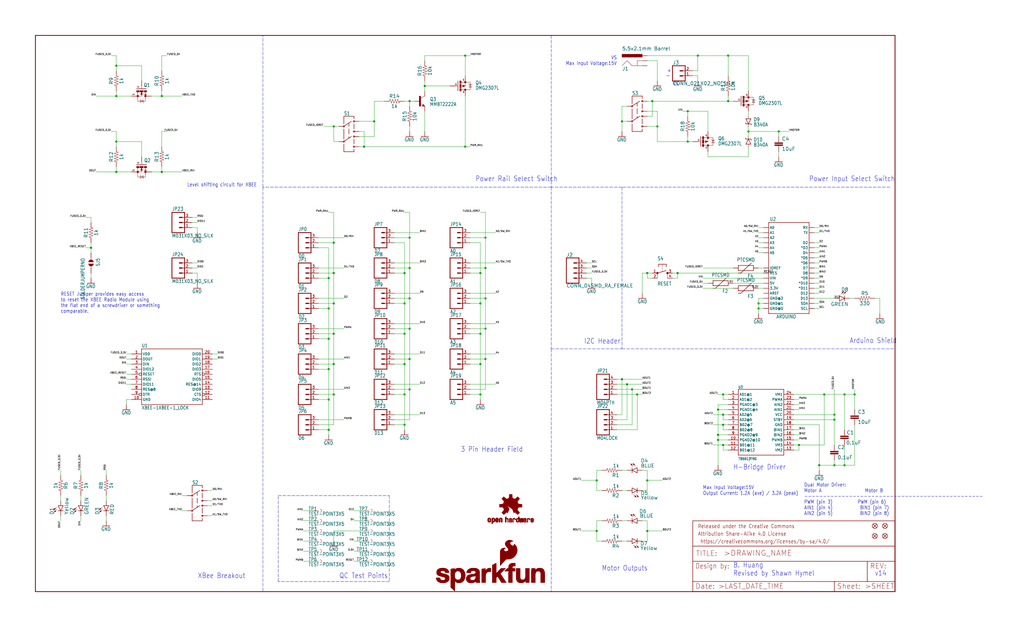
<source format=kicad_sch>
(kicad_sch (version 20211123) (generator eeschema)
  (paper "User" 514.375 317.906)
  (lib_symbols
    (symbol "eagleSchem-eagle-import:0.1UF-0603-25V-5%"
      (property "Reference" "C" (at 1.524 2.921 0))
      (property "Value" "0.1UF-0603-25V-5%" (at 1.524 -2.159 0))
      (symbol "0.1UF-0603-25V-5%_1_0"
        (pin passive line (at 0 5.08 270) (length 2.54) (name "1") (number "1"))
        (pin passive line (at 0 -2.54 90) (length 2.54) (name "2") (number "2"))
      )
    )
    (symbol "eagleSchem-eagle-import:10KOHM-0603-1{slash}10W-1%"
      (property "Reference" "R" (at 0 1.524 0))
      (property "Value" "10KOHM-0603-1{slash}10W-1%" (at 0 -1.524 0))
      (symbol "10KOHM-0603-1{slash}10W-1%_1_0"
        (pin passive line (at -5.08 0 0) (length 2.54) (name "1") (number "1"))
        (pin passive line (at 5.08 0 180) (length 2.54) (name "2") (number "2"))
      )
    )
    (symbol "eagleSchem-eagle-import:10UF-1210-50V-20%"
      (property "Reference" "C" (at 1.524 2.921 0))
      (property "Value" "10UF-1210-50V-20%" (at 1.524 -2.159 0))
      (symbol "10UF-1210-50V-20%_1_0"
        (pin passive line (at 0 5.08 270) (length 2.54) (name "1") (number "1"))
        (pin passive line (at 0 -2.54 90) (length 2.54) (name "2") (number "2"))
      )
    )
    (symbol "eagleSchem-eagle-import:1KOHM-0603-1{slash}10W-1%"
      (property "Reference" "R" (at 0 1.524 0))
      (property "Value" "1KOHM-0603-1{slash}10W-1%" (at 0 -1.524 0))
      (symbol "1KOHM-0603-1{slash}10W-1%_1_0"
        (pin passive line (at -5.08 0 0) (length 2.54) (name "1") (number "1"))
        (pin passive line (at 5.08 0 180) (length 2.54) (name "2") (number "2"))
      )
    )
    (symbol "eagleSchem-eagle-import:330OHM-0603-1{slash}10W-1%"
      (property "Reference" "R" (at 0 1.524 0))
      (property "Value" "330OHM-0603-1{slash}10W-1%" (at 0 -1.524 0))
      (symbol "330OHM-0603-1{slash}10W-1%_1_0"
        (pin passive line (at -5.08 0 0) (length 2.54) (name "1") (number "1"))
        (pin passive line (at 5.08 0 180) (length 2.54) (name "2") (number "2"))
      )
    )
    (symbol "eagleSchem-eagle-import:ARDUINO_R3_SHIELDUNO_R3_SHIELD_NOLABELS_LOCK"
      (property "Reference" "J" (at -9.652 21.082 0))
      (property "Value" "ARDUINO_R3_SHIELDUNO_R3_SHIELD_NOLABELS_LOCK" (at -6.35 -27.94 0))
      (symbol "ARDUINO_R3_SHIELDUNO_R3_SHIELD_NOLABELS_LOCK_1_0"
        (pin bidirectional line (at -12.7 -12.7 0) (length 2.54) (name "3.3V") (number "3.3V"))
        (pin bidirectional line (at -12.7 -10.16 0) (length 2.54) (name "5V") (number "5V"))
        (pin bidirectional line (at -12.7 17.78 0) (length 2.54) (name "A0") (number "A0"))
        (pin bidirectional line (at -12.7 15.24 0) (length 2.54) (name "A1") (number "A1"))
        (pin bidirectional line (at -12.7 12.7 0) (length 2.54) (name "A2") (number "A2"))
        (pin bidirectional line (at -12.7 10.16 0) (length 2.54) (name "A3") (number "A3"))
        (pin bidirectional line (at -12.7 7.62 0) (length 2.54) (name "A4") (number "A4"))
        (pin bidirectional line (at -12.7 5.08 0) (length 2.54) (name "A5") (number "A5"))
        (pin bidirectional line (at -12.7 -15.24 0) (length 2.54) (name "AREF") (number "AREF"))
        (pin bidirectional line (at 12.7 -10.16 180) (length 2.54) (name "*D10") (number "D10"))
        (pin bidirectional line (at 12.7 -12.7 180) (length 2.54) (name "*D11") (number "D11"))
        (pin bidirectional line (at 12.7 -15.24 180) (length 2.54) (name "D12") (number "D12"))
        (pin bidirectional line (at 12.7 -17.78 180) (length 2.54) (name "D13") (number "D13"))
        (pin bidirectional line (at 12.7 10.16 180) (length 2.54) (name "D2") (number "D2"))
        (pin bidirectional line (at 12.7 7.62 180) (length 2.54) (name "*D3") (number "D3"))
        (pin bidirectional line (at 12.7 5.08 180) (length 2.54) (name "D4") (number "D4"))
        (pin bidirectional line (at 12.7 2.54 180) (length 2.54) (name "*D5") (number "D5"))
        (pin bidirectional line (at 12.7 0 180) (length 2.54) (name "*D6") (number "D6"))
        (pin bidirectional line (at 12.7 -2.54 180) (length 2.54) (name "D7") (number "D7"))
        (pin bidirectional line (at 12.7 -5.08 180) (length 2.54) (name "D8") (number "D8"))
        (pin bidirectional line (at 12.7 -7.62 180) (length 2.54) (name "*D9") (number "D9"))
        (pin bidirectional line (at -12.7 -22.86 0) (length 2.54) (name "GND@0") (number "GND@0"))
        (pin bidirectional line (at -12.7 -20.32 0) (length 2.54) (name "GND@1") (number "GND@1"))
        (pin bidirectional line (at -12.7 -17.78 0) (length 2.54) (name "GND@2") (number "GND@2"))
        (pin bidirectional line (at -12.7 -2.54 0) (length 2.54) (name "IOREF") (number "IOREF"))
        (pin bidirectional line (at -12.7 -5.08 0) (length 2.54) (name "RES") (number "RES"))
        (pin bidirectional line (at 12.7 17.78 180) (length 2.54) (name "RX") (number "RX"))
        (pin bidirectional line (at 12.7 -22.86 180) (length 2.54) (name "SCL") (number "SCL"))
        (pin bidirectional line (at 12.7 -20.32 180) (length 2.54) (name "SDA") (number "SDA"))
        (pin bidirectional line (at 12.7 15.24 180) (length 2.54) (name "TX") (number "TX"))
        (pin bidirectional line (at -12.7 -7.62 0) (length 2.54) (name "VIN") (number "VIN"))
      )
    )
    (symbol "eagleSchem-eagle-import:CONN_021X02_NO_SILK"
      (property "Reference" "J" (at -2.54 5.588 0))
      (property "Value" "CONN_021X02_NO_SILK" (at -2.54 -4.826 0))
      (symbol "CONN_021X02_NO_SILK_1_0"
        (pin passive line (at 7.62 0 180) (length 5.08) (name "1") (number "1"))
        (pin passive line (at 7.62 2.54 180) (length 5.08) (name "2") (number "2"))
      )
    )
    (symbol "eagleSchem-eagle-import:CONN_04SMD_RA_FEMALE"
      (property "Reference" "J" (at -5.08 8.128 0))
      (property "Value" "CONN_04SMD_RA_FEMALE" (at -5.08 -7.366 0))
      (symbol "CONN_04SMD_RA_FEMALE_1_0"
        (pin passive line (at 5.08 -2.54 180) (length 5.08) (name "1") (number "1"))
        (pin passive line (at 5.08 0 180) (length 5.08) (name "2") (number "2"))
        (pin passive line (at 5.08 2.54 180) (length 5.08) (name "3") (number "3"))
        (pin passive line (at 5.08 5.08 180) (length 5.08) (name "4") (number "4"))
      )
    )
    (symbol "eagleSchem-eagle-import:DIODE-SCHOTTKY-B340A"
      (property "Reference" "D" (at 2.54 0.4826 0))
      (property "Value" "DIODE-SCHOTTKY-B340A" (at 2.54 -2.3114 0))
      (symbol "DIODE-SCHOTTKY-B340A_1_0"
        (pin passive line (at -2.54 0 0) (length 0) (name "A") (number "A"))
        (pin passive line (at 2.54 0 180) (length 0) (name "C") (number "C"))
      )
    )
    (symbol "eagleSchem-eagle-import:FIDUCIAL1X2")
    (symbol "eagleSchem-eagle-import:FRAME-LEDGER"
      (symbol "FRAME-LEDGER_2_0"
        (text " https://creativecommons.org/licenses/by-sa/4.0/" (at 2.54 24.13 0) (effects (font (size 1.9304 1.6408)) (justify left bottom)))
        (text ">DRAWING_NAME" (at 15.494 17.78 0) (effects (font (size 2.7432 2.7432)) (justify left bottom)))
        (text ">LAST_DATE_TIME" (at 12.7 1.27 0) (effects (font (size 2.54 2.54)) (justify left bottom)))
        (text ">SHEET" (at 86.36 1.27 0) (effects (font (size 2.54 2.54)) (justify left bottom)))
        (text "Attribution Share-Alike 4.0 License" (at 2.54 27.94 0) (effects (font (size 1.9304 1.6408)) (justify left bottom)))
        (text "Date:" (at 1.27 1.27 0) (effects (font (size 2.54 2.54)) (justify left bottom)))
        (text "Design by:" (at 1.27 11.43 0) (effects (font (size 2.54 2.159)) (justify left bottom)))
        (text "Released under the Creative Commons" (at 2.54 31.75 0) (effects (font (size 1.9304 1.6408)) (justify left bottom)))
        (text "REV:" (at 88.9 11.43 0) (effects (font (size 2.54 2.54)) (justify left bottom)))
        (text "Sheet:" (at 72.39 1.27 0) (effects (font (size 2.54 2.54)) (justify left bottom)))
        (text "TITLE:" (at 1.524 17.78 0) (effects (font (size 2.54 2.54)) (justify left bottom)))
      )
    )
    (symbol "eagleSchem-eagle-import:GND" (power)
      (property "Value" "GND" (at -2.54 -2.54 0))
      (symbol "GND_1_0"
        (pin power_in line (at 0 2.54 270) (length 2.54) (name "GND") (number "1"))
      )
    )
    (symbol "eagleSchem-eagle-import:LED-BLUE0603"
      (property "Reference" "D" (at -3.429 -4.572 90))
      (property "Value" "LED-BLUE0603" (at 1.905 -4.572 90))
      (symbol "LED-BLUE0603_1_0"
        (pin passive line (at 0 2.54 270) (length 2.54) (name "A") (number "A"))
        (pin passive line (at 0 -5.08 90) (length 2.54) (name "C") (number "C"))
      )
    )
    (symbol "eagleSchem-eagle-import:LED-GREEN0603"
      (property "Reference" "D" (at -3.429 -4.572 90))
      (property "Value" "LED-GREEN0603" (at 1.905 -4.572 90))
      (symbol "LED-GREEN0603_1_0"
        (pin passive line (at 0 2.54 270) (length 2.54) (name "A") (number "A"))
        (pin passive line (at 0 -5.08 90) (length 2.54) (name "C") (number "C"))
      )
    )
    (symbol "eagleSchem-eagle-import:LED-RED0603"
      (property "Reference" "D" (at -3.429 -4.572 90))
      (property "Value" "LED-RED0603" (at 1.905 -4.572 90))
      (symbol "LED-RED0603_1_0"
        (pin passive line (at 0 2.54 270) (length 2.54) (name "A") (number "A"))
        (pin passive line (at 0 -5.08 90) (length 2.54) (name "C") (number "C"))
      )
    )
    (symbol "eagleSchem-eagle-import:LED-YELLOW0603"
      (property "Reference" "D" (at -3.429 -4.572 90))
      (property "Value" "LED-YELLOW0603" (at 1.905 -4.572 90))
      (symbol "LED-YELLOW0603_1_0"
        (pin passive line (at 0 2.54 270) (length 2.54) (name "A") (number "A"))
        (pin passive line (at 0 -5.08 90) (length 2.54) (name "C") (number "C"))
      )
    )
    (symbol "eagleSchem-eagle-import:M031X03_NO_SILK"
      (property "Reference" "JP" (at -2.54 5.842 0))
      (property "Value" "M031X03_NO_SILK" (at -2.54 -7.62 0))
      (symbol "M031X03_NO_SILK_1_0"
        (pin passive line (at 7.62 -2.54 180) (length 5.08) (name "1") (number "1"))
        (pin passive line (at 7.62 0 180) (length 5.08) (name "2") (number "2"))
        (pin passive line (at 7.62 2.54 180) (length 5.08) (name "3") (number "3"))
      )
    )
    (symbol "eagleSchem-eagle-import:M03LOCK"
      (property "Reference" "JP" (at -2.54 5.842 0))
      (property "Value" "M03LOCK" (at -2.54 -7.62 0))
      (symbol "M03LOCK_1_0"
        (pin passive line (at 7.62 -2.54 180) (length 5.08) (name "1") (number "1"))
        (pin passive line (at 7.62 0 180) (length 5.08) (name "2") (number "2"))
        (pin passive line (at 7.62 2.54 180) (length 5.08) (name "3") (number "3"))
      )
    )
    (symbol "eagleSchem-eagle-import:M04LOCK"
      (property "Reference" "J" (at -5.08 8.382 0))
      (property "Value" "M04LOCK" (at -5.08 -7.62 0))
      (symbol "M04LOCK_1_0"
        (pin passive line (at 5.08 -2.54 180) (length 5.08) (name "1") (number "1"))
        (pin passive line (at 5.08 0 180) (length 5.08) (name "2") (number "2"))
        (pin passive line (at 5.08 2.54 180) (length 5.08) (name "3") (number "3"))
        (pin passive line (at 5.08 5.08 180) (length 5.08) (name "4") (number "4"))
      )
    )
    (symbol "eagleSchem-eagle-import:M04PTH"
      (property "Reference" "J" (at -5.08 8.382 0))
      (property "Value" "M04PTH" (at -5.08 -7.62 0))
      (symbol "M04PTH_1_0"
        (pin passive line (at 5.08 -2.54 180) (length 5.08) (name "1") (number "1"))
        (pin passive line (at 5.08 0 180) (length 5.08) (name "2") (number "2"))
        (pin passive line (at 5.08 2.54 180) (length 5.08) (name "3") (number "3"))
        (pin passive line (at 5.08 5.08 180) (length 5.08) (name "4") (number "4"))
      )
    )
    (symbol "eagleSchem-eagle-import:MOSFET-NCHANNELBSS138"
      (property "Reference" "Q" (at 5.08 2.54 0))
      (property "Value" "MOSFET-NCHANNELBSS138" (at 5.08 0 0))
      (symbol "MOSFET-NCHANNELBSS138_1_0"
        (text "D" (at -1.27 2.54 0) (effects (font (size 0.8128 0.6908)) (justify left bottom)))
        (text "G" (at -5.08 -1.27 0) (effects (font (size 0.8128 0.6908)) (justify left bottom)))
        (text "S" (at -1.27 -3.556 0) (effects (font (size 0.8128 0.6908)) (justify left bottom)))
        (pin passive line (at -7.62 0 0) (length 2.54) (name "G") (number "1"))
        (pin passive line (at 0 -5.08 90) (length 2.54) (name "S") (number "2"))
        (pin passive line (at 0 5.08 270) (length 2.54) (name "D") (number "3"))
      )
    )
    (symbol "eagleSchem-eagle-import:MOSFET-PCHANNELDMG2307L"
      (property "Reference" "Q" (at 5.08 2.54 0))
      (property "Value" "MOSFET-PCHANNELDMG2307L" (at 5.08 0 0))
      (symbol "MOSFET-PCHANNELDMG2307L_1_0"
        (text "D" (at -1.27 2.54 0) (effects (font (size 0.8128 0.6908)) (justify left bottom)))
        (text "G" (at -5.08 -1.27 0) (effects (font (size 0.8128 0.6908)) (justify left bottom)))
        (text "S" (at -1.27 -3.556 0) (effects (font (size 0.8128 0.6908)) (justify left bottom)))
        (pin passive line (at -7.62 0 0) (length 2.54) (name "G") (number "1"))
        (pin passive line (at 0 -5.08 90) (length 2.54) (name "S") (number "2"))
        (pin passive line (at 0 5.08 270) (length 2.54) (name "D") (number "3"))
      )
    )
    (symbol "eagleSchem-eagle-import:OSHW-LOGOM")
    (symbol "eagleSchem-eagle-import:POWER_JACKSMD"
      (property "Reference" "J" (at -10.16 0 0))
      (property "Value" "POWER_JACKSMD" (at -10.16 10.16 0))
      (symbol "POWER_JACKSMD_1_0"
        (pin bidirectional line (at 2.54 5.08 180) (length 2.54) (name "GNDBREAK") (number "GND"))
        (pin bidirectional line (at 2.54 2.54 180) (length 2.54) (name "GND") (number "P$4"))
        (pin bidirectional line (at 2.54 7.62 180) (length 2.54) (name "PWR") (number "VIN0"))
      )
    )
    (symbol "eagleSchem-eagle-import:PTCSMD"
      (property "Reference" "F" (at -2.54 3.048 0))
      (property "Value" "PTCSMD" (at -3.302 -5.08 0))
      (symbol "PTCSMD_1_0"
        (pin bidirectional line (at -5.08 0 0) (length 2.54) (name "1") (number "1"))
        (pin bidirectional line (at 7.62 0 180) (length 2.54) (name "2") (number "2"))
      )
    )
    (symbol "eagleSchem-eagle-import:SFE_LOGO_FLAME.2_INCH")
    (symbol "eagleSchem-eagle-import:SFE_LOGO_NAME_FLAME.1_INCH")
    (symbol "eagleSchem-eagle-import:SOLDERJUMPERNO"
      (property "Reference" "SJ" (at -2.54 2.54 0))
      (property "Value" "SOLDERJUMPERNO" (at -2.54 -5.08 0))
      (symbol "SOLDERJUMPERNO_1_0"
        (pin passive line (at -5.08 0 0) (length 2.54) (name "1") (number "1"))
        (pin passive line (at 5.08 0 180) (length 2.54) (name "2") (number "2"))
      )
    )
    (symbol "eagleSchem-eagle-import:SWITCH-DPDTAYZ0202"
      (property "Reference" "S" (at -2.54 8.128 0))
      (property "Value" "SWITCH-DPDTAYZ0202" (at -2.54 -12.7 0))
      (symbol "SWITCH-DPDTAYZ0202_1_0"
        (pin bidirectional line (at 5.08 5.08 180) (length 2.54) (name "1") (number "1"))
        (pin bidirectional line (at -5.08 2.54 0) (length 2.54) (name "2") (number "2"))
        (pin bidirectional line (at 5.08 0 180) (length 2.54) (name "3") (number "3"))
        (pin bidirectional line (at 5.08 -2.54 180) (length 2.54) (name "4") (number "4"))
        (pin bidirectional line (at -5.08 -5.08 0) (length 2.54) (name "5") (number "5"))
        (pin bidirectional line (at 5.08 -7.62 180) (length 2.54) (name "6") (number "6"))
      )
    )
    (symbol "eagleSchem-eagle-import:TAC_SWITCHSMD"
      (property "Reference" "S" (at -2.54 6.35 0))
      (property "Value" "TAC_SWITCHSMD" (at -2.54 -6.35 0))
      (symbol "TAC_SWITCHSMD_1_0"
        (pin passive line (at -5.08 0 0) (length 2.54) (name "1") (number "1"))
        (pin passive line (at -5.08 -2.54 0) (length 2.54) (name "2") (number "2"))
        (pin passive line (at 5.08 0 180) (length 2.54) (name "3") (number "3"))
        (pin passive line (at 5.08 -2.54 180) (length 2.54) (name "4") (number "4"))
      )
    )
    (symbol "eagleSchem-eagle-import:TB6612FNG"
      (property "Value" "TB6612FNG" (at -12.7 -20.32 0))
      (symbol "TB6612FNG_1_0"
        (pin bidirectional line (at -17.78 12.7 0) (length 5.08) (name "A01@1") (number "1"))
        (pin bidirectional line (at -17.78 -10.16 0) (length 5.08) (name "PGND2@10") (number "10"))
        (pin bidirectional line (at -17.78 -12.7 0) (length 5.08) (name "B01@11") (number "11"))
        (pin bidirectional line (at -17.78 -15.24 0) (length 5.08) (name "B01@12") (number "12"))
        (pin bidirectional line (at 15.24 -15.24 180) (length 5.08) (name "VM2") (number "13"))
        (pin bidirectional line (at 15.24 -12.7 180) (length 5.08) (name "VM3") (number "14"))
        (pin bidirectional line (at 15.24 -10.16 180) (length 5.08) (name "PWMB") (number "15"))
        (pin bidirectional line (at 15.24 -7.62 180) (length 5.08) (name "BIN2") (number "16"))
        (pin bidirectional line (at 15.24 -5.08 180) (length 5.08) (name "BIN1") (number "17"))
        (pin bidirectional line (at 15.24 -2.54 180) (length 5.08) (name "GND") (number "18"))
        (pin bidirectional line (at 15.24 0 180) (length 5.08) (name "STBY") (number "19"))
        (pin bidirectional line (at -17.78 10.16 0) (length 5.08) (name "A01@2") (number "2"))
        (pin bidirectional line (at 15.24 2.54 180) (length 5.08) (name "VCC") (number "20"))
        (pin bidirectional line (at 15.24 5.08 180) (length 5.08) (name "AIN1") (number "21"))
        (pin bidirectional line (at 15.24 7.62 180) (length 5.08) (name "AIN2") (number "22"))
        (pin bidirectional line (at 15.24 10.16 180) (length 5.08) (name "PWMA") (number "23"))
        (pin bidirectional line (at 15.24 12.7 180) (length 5.08) (name "VM1") (number "24"))
        (pin bidirectional line (at -17.78 7.62 0) (length 5.08) (name "PGND1@3") (number "3"))
        (pin bidirectional line (at -17.78 5.08 0) (length 5.08) (name "PGND1@4") (number "4"))
        (pin bidirectional line (at -17.78 2.54 0) (length 5.08) (name "A02@5") (number "5"))
        (pin bidirectional line (at -17.78 0 0) (length 5.08) (name "A02@6") (number "6"))
        (pin bidirectional line (at -17.78 -2.54 0) (length 5.08) (name "B02@7") (number "7"))
        (pin bidirectional line (at -17.78 -5.08 0) (length 5.08) (name "B02@8") (number "8"))
        (pin bidirectional line (at -17.78 -7.62 0) (length 5.08) (name "PGND2@9") (number "9"))
      )
    )
    (symbol "eagleSchem-eagle-import:TEST-POINT3X5"
      (property "Reference" "TP" (at -2.54 2.54 0))
      (property "Value" "TEST-POINT3X5" (at -2.54 -2.54 0))
      (symbol "TEST-POINT3X5_1_0"
        (pin bidirectional line (at 0 0 180) (length 0) (name "1") (number "P$1"))
      )
    )
    (symbol "eagleSchem-eagle-import:TRANSISTOR_NPNMMBT2222A"
      (property "Reference" "Q" (at 5.08 0 0))
      (property "Value" "TRANSISTOR_NPNMMBT2222A" (at 5.08 -2.54 0))
      (symbol "TRANSISTOR_NPNMMBT2222A_1_0"
        (pin passive line (at -2.54 0 0) (length 2.54) (name "B") (number "1"))
        (pin passive line (at 2.54 -5.08 90) (length 2.54) (name "E") (number "2"))
        (pin passive line (at 2.54 5.08 270) (length 2.54) (name "C") (number "3"))
      )
    )
    (symbol "eagleSchem-eagle-import:XBEE-1XBEE-1_LOCK"
      (property "Reference" "JP" (at -15.24 13.462 0))
      (property "Value" "XBEE-1XBEE-1_LOCK" (at -15.24 -17.78 0))
      (symbol "XBEE-1XBEE-1_LOCK_1_0"
        (pin power_in line (at -20.32 10.16 0) (length 5.08) (name "VDD") (number "1"))
        (pin power_in line (at -20.32 -12.7 0) (length 5.08) (name "GND") (number "10"))
        (pin bidirectional line (at 20.32 -12.7 180) (length 5.08) (name "DIO4") (number "11"))
        (pin output inverted (at 20.32 -10.16 180) (length 5.08) (name "CTS") (number "12"))
        (pin bidirectional line (at 20.32 -7.62 180) (length 5.08) (name "DIO9") (number "13"))
        (pin bidirectional line (at 20.32 -5.08 180) (length 5.08) (name "RES@14") (number "14"))
        (pin bidirectional line (at 20.32 -2.54 180) (length 5.08) (name "DIO5") (number "15"))
        (pin input inverted (at 20.32 0 180) (length 5.08) (name "RTS") (number "16"))
        (pin bidirectional line (at 20.32 2.54 180) (length 5.08) (name "DIO3") (number "17"))
        (pin bidirectional line (at 20.32 5.08 180) (length 5.08) (name "DIO2") (number "18"))
        (pin bidirectional line (at 20.32 7.62 180) (length 5.08) (name "DIO1") (number "19"))
        (pin output line (at -20.32 7.62 0) (length 5.08) (name "DOUT") (number "2"))
        (pin bidirectional line (at 20.32 10.16 180) (length 5.08) (name "DIO0") (number "20"))
        (pin input line (at -20.32 5.08 0) (length 5.08) (name "DIN") (number "3"))
        (pin bidirectional line (at -20.32 2.54 0) (length 5.08) (name "DIO12") (number "4"))
        (pin input inverted (at -20.32 0 0) (length 5.08) (name "RESET") (number "5"))
        (pin bidirectional line (at -20.32 -2.54 0) (length 5.08) (name "RSSI") (number "6"))
        (pin bidirectional line (at -20.32 -5.08 0) (length 5.08) (name "DIO11") (number "7"))
        (pin bidirectional line (at -20.32 -7.62 0) (length 5.08) (name "RES@8") (number "8"))
        (pin bidirectional inverted (at -20.32 -10.16 0) (length 5.08) (name "DTR") (number "9"))
      )
    )
  )
  (junction (at 203.2 198.12))
  (junction (at 375.92 66.04))
  (junction (at 167.64 121.92))
  (junction (at 411.48 233.68))
  (junction (at 243.84 165.1))
  (junction (at 363.22 223.52))
  (junction (at 312.42 60.96))
  (junction (at 312.42 190.5))
  (junction (at 205.74 134.62))
  (junction (at 203.2 152.4))
  (junction (at 213.36 43.18))
  (junction (at 182.88 73.66))
  (junction (at 58.42 33.02))
  (junction (at 205.74 149.86))
  (junction (at 205.74 195.58))
  (junction (at 81.28 48.26))
  (junction (at 424.18 198.12))
  (junction (at 241.3 198.12))
  (junction (at 45.72 124.46))
  (junction (at 360.68 218.44))
  (junction (at 419.1 233.68))
  (junction (at 327.66 50.8))
  (junction (at 205.74 119.38))
  (junction (at 187.96 60.96))
  (junction (at 325.12 266.7))
  (junction (at 299.72 266.7))
  (junction (at 363.22 213.36))
  (junction (at 167.64 63.5))
  (junction (at 363.22 198.12))
  (junction (at 167.64 152.4))
  (junction (at 167.64 167.64))
  (junction (at 350.52 27.94))
  (junction (at 243.84 149.86))
  (junction (at 165.1 200.66))
  (junction (at 58.42 86.36))
  (junction (at 340.36 137.16))
  (junction (at 360.68 220.98))
  (junction (at 381 152.4))
  (junction (at 167.64 137.16))
  (junction (at 58.42 71.12))
  (junction (at 419.1 208.28))
  (junction (at 317.5 195.58))
  (junction (at 325.12 137.16))
  (junction (at 165.1 154.94))
  (junction (at 243.84 119.38))
  (junction (at 314.96 193.04))
  (junction (at 381 154.94))
  (junction (at 203.2 137.16))
  (junction (at 345.44 55.88))
  (junction (at 203.2 213.36))
  (junction (at 241.3 167.64))
  (junction (at 205.74 165.1))
  (junction (at 241.3 182.88))
  (junction (at 205.74 180.34))
  (junction (at 243.84 134.62))
  (junction (at 165.1 170.18))
  (junction (at 365.76 50.8))
  (junction (at 241.3 137.16))
  (junction (at 165.1 139.7))
  (junction (at 391.16 66.04))
  (junction (at 167.64 182.88))
  (junction (at 203.2 182.88))
  (junction (at 233.68 73.66))
  (junction (at 205.74 50.8))
  (junction (at 424.18 233.68))
  (junction (at 299.72 241.3))
  (junction (at 58.42 48.26))
  (junction (at 241.3 152.4))
  (junction (at 233.68 27.94))
  (junction (at 165.1 185.42))
  (junction (at 419.1 210.82))
  (junction (at 345.44 71.12))
  (junction (at 81.28 86.36))
  (junction (at 243.84 180.34))
  (junction (at 401.32 223.52))
  (junction (at 365.76 27.94))
  (junction (at 320.04 198.12))
  (junction (at 363.22 208.28))
  (junction (at 429.26 198.12))
  (junction (at 165.1 215.9))
  (junction (at 167.64 198.12))
  (junction (at 325.12 241.3))
  (junction (at 360.68 205.74))
  (junction (at 414.02 198.12))
  (junction (at 330.2 63.5))
  (junction (at 203.2 167.64))
  (wire (pts (xy 365.76 226.06) (xy 363.22 226.06)))
  (wire (pts (xy 165.1 200.66) (xy 165.1 215.9)))
  (wire (pts (xy 353.06 139.7) (xy 383.54 139.7)))
  (wire (pts (xy 243.84 106.68) (xy 241.3 106.68)))
  (wire (pts (xy 180.34 73.66) (xy 182.88 73.66)))
  (wire (pts (xy 325.12 137.16) (xy 327.66 137.16)))
  (wire (pts (xy 233.68 73.66) (xy 236.22 73.66)))
  (wire (pts (xy 106.68 177.8) (xy 109.22 177.8)))
  (wire (pts (xy 375.92 66.04) (xy 375.92 68.58)))
  (wire (pts (xy 401.32 223.52) (xy 414.02 223.52)))
  (wire (pts (xy 236.22 167.64) (xy 241.3 167.64)))
  (wire (pts (xy 167.64 198.12) (xy 167.64 182.88)))
  (wire (pts (xy 53.34 259.08) (xy 53.34 261.62)))
  (wire (pts (xy 236.22 134.62) (xy 243.84 134.62)))
  (wire (pts (xy 381 149.86) (xy 381 152.4)))
  (wire (pts (xy 368.3 144.78) (xy 353.06 144.78)))
  (wire (pts (xy 203.2 198.12) (xy 203.2 182.88)))
  (wire (pts (xy 81.28 27.94) (xy 83.82 27.94)))
  (wire (pts (xy 414.02 198.12) (xy 424.18 198.12)))
  (wire (pts (xy 368.3 142.24) (xy 383.54 142.24)))
  (wire (pts (xy 414.02 223.52) (xy 414.02 198.12)))
  (wire (pts (xy 243.84 195.58) (xy 243.84 180.34)))
  (wire (pts (xy 340.36 139.7) (xy 340.36 137.16)))
  (wire (pts (xy 327.66 139.7) (xy 325.12 139.7)))
  (wire (pts (xy 330.2 71.12) (xy 345.44 71.12)))
  (wire (pts (xy 170.18 63.5) (xy 167.64 63.5)))
  (wire (pts (xy 312.42 190.5) (xy 322.58 190.5)))
  (wire (pts (xy 205.74 195.58) (xy 205.74 180.34)))
  (wire (pts (xy 383.54 121.92) (xy 381 121.92)))
  (polyline (pts (xy 139.7 292.1) (xy 139.7 248.92)))
  (wire (pts (xy 236.22 180.34) (xy 243.84 180.34)))
  (wire (pts (xy 322.58 137.16) (xy 322.58 147.32)))
  (wire (pts (xy 45.72 127) (xy 45.72 124.46)))
  (wire (pts (xy 66.04 48.26) (xy 58.42 48.26)))
  (wire (pts (xy 81.28 35.56) (xy 81.28 27.94)))
  (wire (pts (xy 182.88 281.94) (xy 177.8 281.94)))
  (wire (pts (xy 58.42 71.12) (xy 58.42 73.66)))
  (wire (pts (xy 241.3 167.64) (xy 241.3 152.4)))
  (wire (pts (xy 165.1 124.46) (xy 165.1 139.7)))
  (wire (pts (xy 160.02 198.12) (xy 167.64 198.12)))
  (wire (pts (xy 398.78 200.66) (xy 401.32 200.66)))
  (wire (pts (xy 330.2 30.48) (xy 330.2 40.64)))
  (wire (pts (xy 58.42 27.94) (xy 58.42 33.02)))
  (wire (pts (xy 91.44 248.92) (xy 93.98 248.92)))
  (wire (pts (xy 419.1 210.82) (xy 419.1 223.52)))
  (wire (pts (xy 66.04 190.5) (xy 63.5 190.5)))
  (wire (pts (xy 198.12 180.34) (xy 205.74 180.34)))
  (wire (pts (xy 441.96 157.48) (xy 441.96 149.86)))
  (wire (pts (xy 408.94 127) (xy 411.48 127)))
  (wire (pts (xy 398.78 215.9) (xy 401.32 215.9)))
  (wire (pts (xy 213.36 43.18) (xy 213.36 45.72)))
  (polyline (pts (xy 312.42 93.98) (xy 312.42 175.26)))
  (wire (pts (xy 198.12 182.88) (xy 203.2 182.88)))
  (wire (pts (xy 182.88 73.66) (xy 233.68 73.66)))
  (wire (pts (xy 365.76 50.8) (xy 327.66 50.8)))
  (wire (pts (xy 58.42 33.02) (xy 58.42 35.56)))
  (wire (pts (xy 81.28 83.82) (xy 81.28 86.36)))
  (wire (pts (xy 205.74 106.68) (xy 203.2 106.68)))
  (wire (pts (xy 299.72 271.78) (xy 299.72 266.7)))
  (wire (pts (xy 365.76 48.26) (xy 365.76 50.8)))
  (wire (pts (xy 157.48 276.86) (xy 152.4 276.86)))
  (wire (pts (xy 233.68 48.26) (xy 233.68 73.66)))
  (wire (pts (xy 76.2 48.26) (xy 81.28 48.26)))
  (wire (pts (xy 391.16 66.04) (xy 396.24 66.04)))
  (wire (pts (xy 160.02 121.92) (xy 167.64 121.92)))
  (wire (pts (xy 40.64 259.08) (xy 40.64 261.62)))
  (wire (pts (xy 198.12 147.32) (xy 210.82 147.32)))
  (wire (pts (xy 58.42 83.82) (xy 58.42 86.36)))
  (wire (pts (xy 317.5 213.36) (xy 309.88 213.36)))
  (wire (pts (xy 93.98 256.54) (xy 91.44 256.54)))
  (polyline (pts (xy 139.7 248.92) (xy 195.58 248.92)))
  (wire (pts (xy 327.66 50.8) (xy 325.12 50.8)))
  (wire (pts (xy 96.52 132.08) (xy 99.06 132.08)))
  (wire (pts (xy 383.54 134.62) (xy 381 134.62)))
  (wire (pts (xy 160.02 195.58) (xy 172.72 195.58)))
  (wire (pts (xy 360.68 220.98) (xy 360.68 233.68)))
  (wire (pts (xy 309.88 198.12) (xy 320.04 198.12)))
  (wire (pts (xy 236.22 147.32) (xy 248.92 147.32)))
  (wire (pts (xy 81.28 86.36) (xy 91.44 86.36)))
  (wire (pts (xy 342.9 55.88) (xy 345.44 55.88)))
  (wire (pts (xy 198.12 195.58) (xy 205.74 195.58)))
  (wire (pts (xy 312.42 246.38) (xy 314.96 246.38)))
  (wire (pts (xy 398.78 208.28) (xy 419.1 208.28)))
  (wire (pts (xy 299.72 241.3) (xy 299.72 236.22)))
  (wire (pts (xy 408.94 132.08) (xy 411.48 132.08)))
  (wire (pts (xy 180.34 66.04) (xy 182.88 66.04)))
  (wire (pts (xy 355.6 78.74) (xy 375.92 78.74)))
  (wire (pts (xy 205.74 210.82) (xy 205.74 195.58)))
  (wire (pts (xy 314.96 210.82) (xy 309.88 210.82)))
  (wire (pts (xy 408.94 116.84) (xy 411.48 116.84)))
  (wire (pts (xy 408.94 137.16) (xy 411.48 137.16)))
  (wire (pts (xy 157.48 281.94) (xy 152.4 281.94)))
  (wire (pts (xy 408.94 134.62) (xy 411.48 134.62)))
  (wire (pts (xy 391.16 76.2) (xy 391.16 78.74)))
  (wire (pts (xy 360.68 203.2) (xy 360.68 205.74)))
  (wire (pts (xy 205.74 50.8) (xy 208.28 50.8)))
  (wire (pts (xy 205.74 180.34) (xy 205.74 165.1)))
  (wire (pts (xy 30.48 248.92) (xy 30.48 251.46)))
  (wire (pts (xy 157.48 271.78) (xy 152.4 271.78)))
  (wire (pts (xy 40.64 238.76) (xy 40.64 236.22)))
  (wire (pts (xy 325.12 58.42) (xy 327.66 58.42)))
  (wire (pts (xy 345.44 55.88) (xy 355.6 55.88)))
  (wire (pts (xy 40.64 248.92) (xy 40.64 251.46)))
  (wire (pts (xy 58.42 71.12) (xy 71.12 71.12)))
  (wire (pts (xy 325.12 241.3) (xy 332.74 241.3)))
  (wire (pts (xy 398.78 205.74) (xy 401.32 205.74)))
  (wire (pts (xy 337.82 137.16) (xy 340.36 137.16)))
  (wire (pts (xy 198.12 165.1) (xy 205.74 165.1)))
  (wire (pts (xy 330.2 55.88) (xy 330.2 63.5)))
  (wire (pts (xy 381 144.78) (xy 383.54 144.78)))
  (wire (pts (xy 355.6 55.88) (xy 355.6 66.04)))
  (wire (pts (xy 424.18 233.68) (xy 419.1 233.68)))
  (wire (pts (xy 198.12 137.16) (xy 203.2 137.16)))
  (wire (pts (xy 360.68 218.44) (xy 360.68 220.98)))
  (wire (pts (xy 345.44 55.88) (xy 345.44 58.42)))
  (wire (pts (xy 408.94 144.78) (xy 411.48 144.78)))
  (wire (pts (xy 312.42 271.78) (xy 314.96 271.78)))
  (polyline (pts (xy 132.08 93.98) (xy 132.08 297.18)))
  (wire (pts (xy 96.52 137.16) (xy 99.06 137.16)))
  (wire (pts (xy 322.58 271.78) (xy 325.12 271.78)))
  (wire (pts (xy 398.78 220.98) (xy 401.32 220.98)))
  (wire (pts (xy 365.76 198.12) (xy 363.22 198.12)))
  (wire (pts (xy 398.78 203.2) (xy 401.32 203.2)))
  (wire (pts (xy 198.12 116.84) (xy 210.82 116.84)))
  (wire (pts (xy 53.34 248.92) (xy 53.34 251.46)))
  (wire (pts (xy 167.64 121.92) (xy 167.64 106.68)))
  (wire (pts (xy 30.48 238.76) (xy 30.48 236.22)))
  (polyline (pts (xy 132.08 93.98) (xy 132.08 17.78)))
  (wire (pts (xy 325.12 266.7) (xy 325.12 261.62)))
  (wire (pts (xy 299.72 241.3) (xy 292.1 241.3)))
  (wire (pts (xy 363.22 198.12) (xy 360.68 198.12)))
  (wire (pts (xy 383.54 119.38) (xy 381 119.38)))
  (wire (pts (xy 314.96 193.04) (xy 314.96 210.82)))
  (wire (pts (xy 429.26 205.74) (xy 429.26 198.12)))
  (polyline (pts (xy 312.42 175.26) (xy 449.58 175.26)))
  (wire (pts (xy 198.12 132.08) (xy 210.82 132.08)))
  (wire (pts (xy 45.72 137.16) (xy 45.72 139.7)))
  (wire (pts (xy 330.2 63.5) (xy 330.2 71.12)))
  (wire (pts (xy 325.12 246.38) (xy 325.12 241.3)))
  (wire (pts (xy 213.36 55.88) (xy 213.36 66.04)))
  (wire (pts (xy 160.02 210.82) (xy 172.72 210.82)))
  (wire (pts (xy 398.78 218.44) (xy 401.32 218.44)))
  (wire (pts (xy 368.3 50.8) (xy 365.76 50.8)))
  (wire (pts (xy 236.22 119.38) (xy 243.84 119.38)))
  (wire (pts (xy 429.26 233.68) (xy 424.18 233.68)))
  (polyline (pts (xy 276.86 93.98) (xy 132.08 93.98)))
  (wire (pts (xy 408.94 152.4) (xy 411.48 152.4)))
  (wire (pts (xy 408.94 114.3) (xy 411.48 114.3)))
  (wire (pts (xy 365.76 213.36) (xy 363.22 213.36)))
  (wire (pts (xy 104.14 254) (xy 106.68 254)))
  (wire (pts (xy 160.02 200.66) (xy 165.1 200.66)))
  (wire (pts (xy 236.22 182.88) (xy 241.3 182.88)))
  (polyline (pts (xy 276.86 17.78) (xy 276.86 93.98)))
  (wire (pts (xy 165.1 139.7) (xy 165.1 154.94)))
  (wire (pts (xy 55.88 66.04) (xy 58.42 66.04)))
  (wire (pts (xy 375.92 63.5) (xy 375.92 66.04)))
  (wire (pts (xy 365.76 203.2) (xy 360.68 203.2)))
  (wire (pts (xy 160.02 167.64) (xy 167.64 167.64)))
  (wire (pts (xy 325.12 236.22) (xy 322.58 236.22)))
  (wire (pts (xy 182.88 266.7) (xy 167.64 266.7)))
  (wire (pts (xy 411.48 213.36) (xy 411.48 233.68)))
  (wire (pts (xy 198.12 167.64) (xy 203.2 167.64)))
  (wire (pts (xy 383.54 137.16) (xy 340.36 137.16)))
  (wire (pts (xy 66.04 200.66) (xy 63.5 200.66)))
  (wire (pts (xy 325.12 266.7) (xy 332.74 266.7)))
  (wire (pts (xy 419.1 208.28) (xy 419.1 195.58)))
  (wire (pts (xy 96.52 109.22) (xy 99.06 109.22)))
  (wire (pts (xy 365.76 223.52) (xy 363.22 223.52)))
  (polyline (pts (xy 276.86 93.98) (xy 276.86 175.26)))
  (wire (pts (xy 419.1 208.28) (xy 419.1 210.82)))
  (wire (pts (xy 365.76 200.66) (xy 363.22 200.66)))
  (wire (pts (xy 160.02 119.38) (xy 172.72 119.38)))
  (wire (pts (xy 347.98 35.56) (xy 350.52 35.56)))
  (wire (pts (xy 96.52 114.3) (xy 99.06 114.3)))
  (wire (pts (xy 96.52 111.76) (xy 99.06 111.76)))
  (polyline (pts (xy 195.58 292.1) (xy 139.7 292.1)))
  (wire (pts (xy 363.22 208.28) (xy 363.22 210.82)))
  (wire (pts (xy 165.1 215.9) (xy 165.1 218.44)))
  (wire (pts (xy 160.02 149.86) (xy 172.72 149.86)))
  (wire (pts (xy 182.88 256.54) (xy 177.8 256.54)))
  (wire (pts (xy 66.04 193.04) (xy 63.5 193.04)))
  (wire (pts (xy 160.02 165.1) (xy 172.72 165.1)))
  (wire (pts (xy 160.02 137.16) (xy 167.64 137.16)))
  (wire (pts (xy 104.14 251.46) (xy 106.68 251.46)))
  (wire (pts (xy 363.22 198.12) (xy 363.22 200.66)))
  (wire (pts (xy 309.88 190.5) (xy 312.42 190.5)))
  (wire (pts (xy 294.64 134.62) (xy 297.18 134.62)))
  (wire (pts (xy 365.76 205.74) (xy 360.68 205.74)))
  (wire (pts (xy 294.64 139.7) (xy 297.18 139.7)))
  (wire (pts (xy 165.1 154.94) (xy 165.1 170.18)))
  (wire (pts (xy 398.78 198.12) (xy 414.02 198.12)))
  (wire (pts (xy 58.42 33.02) (xy 71.12 33.02)))
  (wire (pts (xy 167.64 63.5) (xy 162.56 63.5)))
  (wire (pts (xy 203.2 167.64) (xy 203.2 152.4)))
  (wire (pts (xy 365.76 208.28) (xy 363.22 208.28)))
  (wire (pts (xy 363.22 223.52) (xy 363.22 226.06)))
  (wire (pts (xy 314.96 53.34) (xy 312.42 53.34)))
  (wire (pts (xy 81.28 48.26) (xy 91.44 48.26)))
  (polyline (pts (xy 195.58 248.92) (xy 195.58 292.1)))
  (wire (pts (xy 243.84 180.34) (xy 243.84 165.1)))
  (wire (pts (xy 243.84 119.38) (xy 243.84 106.68)))
  (wire (pts (xy 160.02 215.9) (xy 165.1 215.9)))
  (wire (pts (xy 157.48 261.62) (xy 152.4 261.62)))
  (wire (pts (xy 182.88 276.86) (xy 177.8 276.86)))
  (wire (pts (xy 408.94 147.32) (xy 411.48 147.32)))
  (wire (pts (xy 66.04 86.36) (xy 58.42 86.36)))
  (wire (pts (xy 167.64 152.4) (xy 167.64 137.16)))
  (wire (pts (xy 203.2 50.8) (xy 205.74 50.8)))
  (wire (pts (xy 419.1 231.14) (xy 419.1 233.68)))
  (wire (pts (xy 312.42 236.22) (xy 314.96 236.22)))
  (wire (pts (xy 63.5 200.66) (xy 63.5 203.2)))
  (wire (pts (xy 383.54 114.3) (xy 381 114.3)))
  (wire (pts (xy 182.88 66.04) (xy 182.88 73.66)))
  (wire (pts (xy 368.3 134.62) (xy 353.06 134.62)))
  (wire (pts (xy 63.5 177.8) (xy 66.04 177.8)))
  (wire (pts (xy 243.84 149.86) (xy 243.84 134.62)))
  (wire (pts (xy 167.64 106.68) (xy 165.1 106.68)))
  (wire (pts (xy 205.74 165.1) (xy 205.74 149.86)))
  (wire (pts (xy 381 154.94) (xy 381 157.48)))
  (wire (pts (xy 198.12 193.04) (xy 210.82 193.04)))
  (wire (pts (xy 180.34 68.58) (xy 187.96 68.58)))
  (wire (pts (xy 104.14 259.08) (xy 106.68 259.08)))
  (wire (pts (xy 198.12 149.86) (xy 205.74 149.86)))
  (wire (pts (xy 419.1 233.68) (xy 411.48 233.68)))
  (wire (pts (xy 187.96 68.58) (xy 187.96 60.96)))
  (wire (pts (xy 408.94 142.24) (xy 411.48 142.24)))
  (wire (pts (xy 429.26 149.86) (xy 426.72 149.86)))
  (wire (pts (xy 401.32 226.06) (xy 401.32 223.52)))
  (wire (pts (xy 297.18 139.7) (xy 297.18 142.24)))
  (wire (pts (xy 30.48 259.08) (xy 30.48 261.62)))
  (wire (pts (xy 71.12 71.12) (xy 71.12 78.74)))
  (wire (pts (xy 398.78 213.36) (xy 411.48 213.36)))
  (wire (pts (xy 312.42 60.96) (xy 312.42 66.04)))
  (wire (pts (xy 299.72 261.62) (xy 302.26 261.62)))
  (wire (pts (xy 337.82 139.7) (xy 340.36 139.7)))
  (wire (pts (xy 383.54 149.86) (xy 381 149.86)))
  (wire (pts (xy 236.22 132.08) (xy 248.92 132.08)))
  (wire (pts (xy 347.98 38.1) (xy 350.52 38.1)))
  (wire (pts (xy 198.12 134.62) (xy 205.74 134.62)))
  (wire (pts (xy 203.2 215.9) (xy 203.2 213.36)))
  (wire (pts (xy 236.22 149.86) (xy 243.84 149.86)))
  (wire (pts (xy 363.22 223.52) (xy 358.14 223.52)))
  (wire (pts (xy 363.22 213.36) (xy 358.14 213.36)))
  (wire (pts (xy 325.12 271.78) (xy 325.12 266.7)))
  (wire (pts (xy 236.22 137.16) (xy 241.3 137.16)))
  (wire (pts (xy 241.3 121.92) (xy 241.3 137.16)))
  (wire (pts (xy 236.22 193.04) (xy 248.92 193.04)))
  (wire (pts (xy 383.54 127) (xy 381 127)))
  (wire (pts (xy 383.54 124.46) (xy 381 124.46)))
  (polyline (pts (xy 276.86 175.26) (xy 312.42 175.26)))
  (wire (pts (xy 365.76 215.9) (xy 363.22 215.9)))
  (wire (pts (xy 365.76 210.82) (xy 363.22 210.82)))
  (wire (pts (xy 299.72 266.7) (xy 292.1 266.7)))
  (wire (pts (xy 45.72 121.92) (xy 45.72 124.46)))
  (wire (pts (xy 363.22 213.36) (xy 363.22 215.9)))
  (wire (pts (xy 203.2 167.64) (xy 203.2 182.88)))
  (wire (pts (xy 236.22 165.1) (xy 243.84 165.1)))
  (wire (pts (xy 375.92 27.94) (xy 375.92 45.72)))
  (wire (pts (xy 157.48 266.7) (xy 152.4 266.7)))
  (wire (pts (xy 66.04 182.88) (xy 63.5 182.88)))
  (wire (pts (xy 167.64 137.16) (xy 167.64 121.92)))
  (wire (pts (xy 58.42 45.72) (xy 58.42 48.26)))
  (wire (pts (xy 350.52 38.1) (xy 350.52 40.64)))
  (wire (pts (xy 233.68 38.1) (xy 233.68 27.94)))
  (wire (pts (xy 314.96 193.04) (xy 322.58 193.04)))
  (wire (pts (xy 198.12 208.28) (xy 210.82 208.28)))
  (wire (pts (xy 198.12 121.92) (xy 203.2 121.92)))
  (wire (pts (xy 408.94 121.92) (xy 411.48 121.92)))
  (wire (pts (xy 429.26 198.12) (xy 424.18 198.12)))
  (wire (pts (xy 182.88 271.78) (xy 177.8 271.78)))
  (wire (pts (xy 365.76 27.94) (xy 375.92 27.94)))
  (wire (pts (xy 408.94 139.7) (xy 411.48 139.7)))
  (wire (pts (xy 299.72 246.38) (xy 299.72 241.3)))
  (wire (pts (xy 365.76 220.98) (xy 360.68 220.98)))
  (wire (pts (xy 106.68 180.34) (xy 109.22 180.34)))
  (wire (pts (xy 187.96 60.96) (xy 187.96 50.8)))
  (wire (pts (xy 236.22 198.12) (xy 241.3 198.12)))
  (wire (pts (xy 165.1 185.42) (xy 165.1 170.18)))
  (wire (pts (xy 355.6 142.24) (xy 353.06 142.24)))
  (wire (pts (xy 408.94 154.94) (xy 411.48 154.94)))
  (wire (pts (xy 213.36 27.94) (xy 233.68 27.94)))
  (wire (pts (xy 398.78 223.52) (xy 401.32 223.52)))
  (wire (pts (xy 320.04 198.12) (xy 322.58 198.12)))
  (wire (pts (xy 53.34 238.76) (xy 53.34 236.22)))
  (wire (pts (xy 96.52 134.62) (xy 99.06 134.62)))
  (wire (pts (xy 302.26 246.38) (xy 299.72 246.38)))
  (wire (pts (xy 424.18 198.12) (xy 424.18 215.9)))
  (wire (pts (xy 157.48 256.54) (xy 152.4 256.54)))
  (wire (pts (xy 302.26 271.78) (xy 299.72 271.78)))
  (wire (pts (xy 160.02 154.94) (xy 165.1 154.94)))
  (wire (pts (xy 314.96 60.96) (xy 312.42 60.96)))
  (wire (pts (xy 312.42 53.34) (xy 312.42 60.96)))
  (wire (pts (xy 198.12 198.12) (xy 203.2 198.12)))
  (wire (pts (xy 241.3 200.66) (xy 241.3 198.12)))
  (polyline (pts (xy 447.04 93.98) (xy 312.42 93.98)))
  (wire (pts (xy 58.42 48.26) (xy 48.26 48.26)))
  (wire (pts (xy 203.2 137.16) (xy 203.2 152.4)))
  (wire (pts (xy 160.02 185.42) (xy 165.1 185.42)))
  (wire (pts (xy 160.02 134.62) (xy 172.72 134.62)))
  (wire (pts (xy 213.36 40.64) (xy 213.36 43.18)))
  (wire (pts (xy 198.12 119.38) (xy 205.74 119.38)))
  (wire (pts (xy 363.22 208.28) (xy 358.14 208.28)))
  (wire (pts (xy 187.96 50.8) (xy 193.04 50.8)))
  (wire (pts (xy 81.28 73.66) (xy 81.28 66.04)))
  (wire (pts (xy 236.22 162.56) (xy 248.92 162.56)))
  (wire (pts (xy 160.02 182.88) (xy 167.64 182.88)))
  (wire (pts (xy 309.88 193.04) (xy 314.96 193.04)))
  (wire (pts (xy 167.64 266.7) (xy 167.64 271.78)))
  (wire (pts (xy 167.64 71.12) (xy 167.64 63.5)))
  (wire (pts (xy 160.02 139.7) (xy 165.1 139.7)))
  (wire (pts (xy 167.64 167.64) (xy 167.64 152.4)))
  (wire (pts (xy 205.74 119.38) (xy 205.74 106.68)))
  (wire (pts (xy 391.16 66.04) (xy 391.16 68.58)))
  (wire (pts (xy 241.3 137.16) (xy 241.3 152.4)))
  (wire (pts (xy 198.12 213.36) (xy 203.2 213.36)))
  (wire (pts (xy 327.66 58.42) (xy 327.66 50.8)))
  (wire (pts (xy 198.12 177.8) (xy 210.82 177.8)))
  (wire (pts (xy 325.12 27.94) (xy 350.52 27.94)))
  (wire (pts (xy 104.14 246.38) (xy 106.68 246.38)))
  (wire (pts (xy 203.2 121.92) (xy 203.2 137.16)))
  (wire (pts (xy 205.74 149.86) (xy 205.74 134.62)))
  (wire (pts (xy 441.96 149.86) (xy 439.42 149.86)))
  (polyline (pts (xy 312.42 93.98) (xy 276.86 93.98)))
  (wire (pts (xy 299.72 236.22) (xy 302.26 236.22)))
  (wire (pts (xy 165.1 185.42) (xy 165.1 200.66)))
  (wire (pts (xy 411.48 233.68) (xy 411.48 236.22)))
  (wire (pts (xy 375.92 55.88) (xy 375.92 58.42)))
  (wire (pts (xy 198.12 162.56) (xy 210.82 162.56)))
  (wire (pts (xy 205.74 53.34) (xy 205.74 50.8)))
  (wire (pts (xy 160.02 213.36) (xy 167.64 213.36)))
  (wire (pts (xy 167.64 198.12) (xy 167.64 213.36)))
  (wire (pts (xy 375.92 78.74) (xy 375.92 73.66)))
  (wire (pts (xy 81.28 45.72) (xy 81.28 48.26)))
  (wire (pts (xy 241.3 198.12) (xy 241.3 182.88)))
  (wire (pts (xy 294.64 137.16) (xy 297.18 137.16)))
  (wire (pts (xy 233.68 27.94) (xy 236.22 27.94)))
  (polyline (pts (xy 276.86 175.26) (xy 276.86 297.18)))
  (wire (pts (xy 241.3 167.64) (xy 241.3 182.88)))
  (wire (pts (xy 99.06 142.24) (xy 99.06 137.16)))
  (wire (pts (xy 299.72 266.7) (xy 299.72 261.62)))
  (wire (pts (xy 381 152.4) (xy 381 154.94)))
  (wire (pts (xy 398.78 210.82) (xy 419.1 210.82)))
  (wire (pts (xy 165.1 170.18) (xy 160.02 170.18)))
  (wire (pts (xy 365.76 218.44) (xy 360.68 218.44)))
  (wire (pts (xy 236.22 177.8) (xy 248.92 177.8)))
  (wire (pts (xy 203.2 213.36) (xy 203.2 198.12)))
  (wire (pts (xy 350.52 35.56) (xy 350.52 27.94)))
  (wire (pts (xy 429.26 198.12) (xy 429.26 195.58)))
  (wire (pts (xy 45.72 109.22) (xy 43.18 109.22)))
  (wire (pts (xy 408.94 124.46) (xy 411.48 124.46)))
  (wire (pts (xy 294.64 132.08) (xy 297.18 132.08)))
  (wire (pts (xy 320.04 215.9) (xy 309.88 215.9)))
  (wire (pts (xy 398.78 226.06) (xy 401.32 226.06)))
  (wire (pts (xy 375.92 66.04) (xy 391.16 66.04)))
  (wire (pts (xy 383.54 116.84) (xy 381 116.84)))
  (wire (pts (xy 226.06 43.18) (xy 213.36 43.18)))
  (wire (pts (xy 325.12 261.62) (xy 322.58 261.62)))
  (wire (pts (xy 317.5 213.36) (xy 317.5 195.58)))
  (wire (pts (xy 320.04 198.12) (xy 320.04 215.9)))
  (wire (pts (xy 76.2 86.36) (xy 81.28 86.36)))
  (wire (pts (xy 325.12 55.88) (xy 330.2 55.88)))
  (wire (pts (xy 317.5 195.58) (xy 322.58 195.58)))
  (wire (pts (xy 66.04 180.34) (xy 63.5 180.34)))
  (wire (pts (xy 241.3 152.4) (xy 236.22 152.4)))
  (wire (pts (xy 203.2 152.4) (xy 198.12 152.4)))
  (wire (pts (xy 236.22 121.92) (xy 241.3 121.92)))
  (wire (pts (xy 322.58 246.38) (xy 325.12 246.38)))
  (wire (pts (xy 160.02 124.46) (xy 165.1 124.46)))
  (wire (pts (xy 383.54 154.94) (xy 381 154.94)))
  (wire (pts (xy 66.04 187.96) (xy 63.5 187.96)))
  (wire (pts (xy 309.88 208.28) (xy 312.42 208.28)))
  (wire (pts (xy 58.42 86.36) (xy 48.26 86.36)))
  (wire (pts (xy 325.12 137.16) (xy 322.58 137.16)))
  (wire (pts (xy 345.44 68.58) (xy 345.44 71.12)))
  (wire (pts (xy 81.28 66.04) (xy 83.82 66.04)))
  (wire (pts (xy 345.44 71.12) (xy 347.98 71.12)))
  (wire (pts (xy 205.74 63.5) (xy 205.74 66.04)))
  (wire (pts (xy 182.88 261.62) (xy 177.8 261.62)))
  (wire (pts (xy 71.12 33.02) (xy 71.12 40.64)))
  (wire (pts (xy 408.94 129.54) (xy 411.48 129.54)))
  (wire (pts (xy 312.42 261.62) (xy 314.96 261.62)))
  (wire (pts (xy 355.6 76.2) (xy 355.6 78.74)))
  (wire (pts (xy 325.12 139.7) (xy 325.12 137.16)))
  (wire (pts (xy 205.74 134.62) (xy 205.74 119.38)))
  (wire (pts (xy 325.12 63.5) (xy 330.2 63.5)))
  (wire (pts (xy 160.02 152.4) (xy 167.64 152.4)))
  (wire (pts (xy 383.54 152.4) (xy 381 152.4)))
  (wire (pts (xy 58.42 27.94) (xy 55.88 27.94)))
  (wire (pts (xy 213.36 30.48) (xy 213.36 27.94)))
  (wire (pts (xy 45.72 109.22) (xy 45.72 111.76)))
  (wire (pts (xy 424.18 233.68) (xy 424.18 223.52)))
  (wire (pts (xy 198.12 210.82) (xy 205.74 210.82)))
  (wire (pts (xy 325.12 30.48) (xy 330.2 30.48)))
  (wire (pts (xy 429.26 213.36) (xy 429.26 233.68)))
  (wire (pts (xy 350.52 27.94) (xy 365.76 27.94)))
  (wire (pts (xy 365.76 27.94) (xy 365.76 38.1)))
  (wire (pts (xy 408.94 149.86) (xy 419.1 149.86)))
  (wire (pts (xy 312.42 208.28) (xy 312.42 190.5)))
  (wire (pts (xy 99.06 116.84) (xy 99.06 114.3)))
  (wire (pts (xy 180.34 60.96) (xy 187.96 60.96)))
  (wire (pts (xy 45.72 124.46) (xy 43.18 124.46)))
  (wire (pts (xy 360.68 205.74) (xy 360.68 218.44)))
  (wire (pts (xy 160.02 180.34) (xy 172.72 180.34)))
  (wire (pts (xy 236.22 195.58) (xy 243.84 195.58)))
  (wire (pts (xy 170.18 71.12) (xy 167.64 71.12)))
  (wire (pts (xy 309.88 195.58) (xy 317.5 195.58)))
  (wire (pts (xy 325.12 241.3) (xy 325.12 236.22)))
  (wire (pts (xy 58.42 66.04) (xy 58.42 71.12)))
  (wire (pts (xy 167.64 182.88) (xy 167.64 167.64)))
  (wire (pts (xy 243.84 165.1) (xy 243.84 149.86)))
  (wire (pts (xy 236.22 116.84) (xy 248.92 116.84)))
  (wire (pts (xy 243.84 134.62) (xy 243.84 119.38)))
  (text "VS\nMax Input Voltage:15V" (at 309.88 33.02 180) (effects (font (size 1.778 1.5113)) (justify right bottom)))
  (text "Max Input Voltage:15V\nOutput Current: 1.2A (ave) / 3.2A (peak)" (at 353.06 248.92 0) (effects (font (size 1.778 1.5113)) (justify left bottom)))
  (text "B. Huang\nRevised by Shawn Hymel" (at 368.3 289.56 180) (effects (font (size 2.54 2.159)) (justify left bottom)))
  (text "Motor Outputs" (at 302.26 287.02 180) (effects (font (size 2.54 2.159)) (justify left bottom)))
  (text "H-Bridge Driver" (at 368.3 236.22 180) (effects (font (size 2.54 2.159)) (justify left bottom)))
  (text "Arduino Shield" (at 426.72 172.72 180) (effects (font (size 2.54 2.159)) (justify left bottom)))
  (text "XBee Breakout" (at 99.314 290.83 180) (effects (font (size 2.54 2.159)) (justify left bottom)))
  (text "I2C Header" (at 293.37 172.974 180) (effects (font (size 2.54 2.159)) (justify left bottom)))
  (text "Power Input Select Switch" (at 406.4 91.44 180) (effects (font (size 2.54 2.159)) (justify left bottom)))
  (text "Dual Motor Driver:\nMotor A                   Motor B\n------------------------------------------------\nPWM (pin 3)           PWM (pin 6)\nAIN1 (pin 4)            BIN1 (pin 7)\nAIN2 (pin 5)            BIN2 (pin 8)" (at 403.86 259.08 0) (effects (font (size 1.778 1.5113)) (justify left bottom)))
  (text "QC Test Points" (at 170.434 290.83 180) (effects (font (size 2.54 2.159)) (justify left bottom)))
  (text "3 Pin Header Field" (at 231.394 227.33 180) (effects (font (size 2.54 2.159)) (justify left bottom)))
  (text "RESET Jumper provides easy access\nto reset the XBEE Radio Module using\nthe flat end of a screwdriver or something\ncomparable." (at 30.48 157.48 0) (effects (font (size 1.778 1.5113)) (justify left bottom)))
  (text "-" (at 336.804 38.1 180) (effects (font (size 2.032 1.7272)) (justify right)))
  (text "VS" (at 337.82 43.18 180) (effects (font (size 1.778 1.5113)) (justify left bottom)))
  (text "Power Rail Select Switch" (at 238.76 91.44 180) (effects (font (size 2.54 2.159)) (justify left bottom)))
  (text "v14" (at 439.42 289.56 180) (effects (font (size 2.54 2.159)) (justify left bottom)))
  (text "+" (at 337.312 35.56 180) (effects (font (size 2.032 1.7272)) (justify right)))
  (text "Level shifting circuit for XBEE" (at 93.98 93.98 180) (effects (font (size 1.778 1.5113)) (justify left bottom)))
  (label "XBEE_RESET" (at 43.18 124.46 180) (effects (font (size 0.889 0.889))))
  (label "PWMA" (at 152.4 266.7 180) (effects (font (size 0.889 0.889))))
  (label "DIO1" (at 99.06 134.62 0) (effects (font (size 0.889 0.889))))
  (label "FUSED_3.3V" (at 55.88 27.94 180) (effects (font (size 0.889 0.889))))
  (label "D9" (at 411.48 139.7 0) (effects (font (size 0.889 0.889))))
  (label "AIN1" (at 152.4 256.54 180) (effects (font (size 0.889 0.889))))
  (label "D9" (at 210.82 147.32 0) (effects (font (size 0.889 0.889))))
  (label "5V" (at 177.8 261.62 180) (effects (font (size 0.889 0.889))))
  (label "DIN" (at 40.64 261.62 270) (effects (font (size 0.889 0.889))))
  (label "PWMB" (at 411.48 132.08 0) (effects (font (size 0.889 0.889))))
  (label "AIN1" (at 401.32 205.74 0) (effects (font (size 0.889 0.889))))
  (label "DIO0" (at 99.06 132.08 0) (effects (font (size 0.889 0.889))))
  (label "3.3V" (at 381 144.78 180) (effects (font (size 1.016 1.016))))
  (label "FUSED_3.3V" (at 30.48 236.22 90) (effects (font (size 0.889 0.889))))
  (label "BIN2" (at 401.32 218.44 0) (effects (font (size 0.889 0.889))))
  (label "AIN1" (at 411.48 127 0) (effects (font (size 0.889 0.889))))
  (label "PWMB" (at 172.72 210.82 0) (effects (font (size 0.889 0.889))))
  (label "VMOTOR" (at 429.26 195.58 90) (effects (font (size 0.889 0.889))))
  (label "DIO11" (at 63.5 193.04 180) (effects (font (size 0.889 0.889))))
  (label "BIN1" (at 401.32 215.9 0) (effects (font (size 0.889 0.889))))
  (label "PWMA" (at 172.72 165.1 0) (effects (font (size 0.889 0.889))))
  (label "AIN2" (at 172.72 195.58 0) (effects (font (size 0.889 0.889))))
  (label "SDA" (at 411.48 152.4 0) (effects (font (size 0.889 0.889))))
  (label "PWMA" (at 411.48 124.46 0) (effects (font (size 0.889 0.889))))
  (label "RSSI" (at 99.06 109.22 0) (effects (font (size 0.889 0.889))))
  (label "FUSED_3.3V" (at 55.88 66.04 180) (effects (font (size 0.889 0.889))))
  (label "D1/TXO" (at 106.68 254 0) (effects (font (size 0.889 0.889))))
  (label "BIN2" (at 210.82 132.08 0) (effects (font (size 0.889 0.889))))
  (label "XBEE_RXI" (at 91.44 86.36 0) (effects (font (size 0.889 0.889))))
  (label "PWR_RAIL" (at 236.22 73.66 0) (effects (font (size 0.889 0.889))))
  (label "BIN1" (at 152.4 271.78 180) (effects (font (size 0.889 0.889))))
  (label "BIN1" (at 411.48 134.62 0) (effects (font (size 0.889 0.889))))
  (label "BOUT1" (at 358.14 223.52 180) (effects (font (size 0.889 0.889))))
  (label "RSSI" (at 63.5 190.5 180) (effects (font (size 0.889 0.889))))
  (label "AOUT1" (at 292.1 241.3 180) (effects (font (size 0.889 0.889))))
  (label "PWMA" (at 401.32 200.66 0) (effects (font (size 0.889 0.889))))
  (label "AOUT1" (at 322.58 190.5 0) (effects (font (size 0.889 0.889))))
  (label "A0/SW_RXI" (at 106.68 251.46 0) (effects (font (size 0.889 0.889))))
  (label "A3" (at 248.92 162.56 0) (effects (font (size 0.889 0.889))))
  (label "BOUT2" (at 358.14 213.36 180) (effects (font (size 0.889 0.889))))
  (label "SCL" (at 411.48 154.94 0) (effects (font (size 0.889 0.889))))
  (label "RSSI" (at 53.34 236.22 90) (effects (font (size 0.889 0.889))))
  (label "A1/SW_TXO" (at 381 116.84 180) (effects (font (size 0.889 0.889))))
  (label "VMOTOR" (at 396.24 66.04 0) (effects (font (size 0.889 0.889))))
  (label "BIN2" (at 152.4 276.86 180) (effects (font (size 0.889 0.889))))
  (label "D1/TXO" (at 172.72 134.62 0) (effects (font (size 0.889 0.889))))
  (label "BOUT2" (at 332.74 266.7 0) (effects (font (size 0.889 0.889))))
  (label "AIN1" (at 172.72 180.34 0) (effects (font (size 0.889 0.889))))
  (label "DOUT" (at 63.5 180.34 180) (effects (font (size 0.889 0.889))))
  (label "PWMB" (at 152.4 281.94 180) (effects (font (size 0.889 0.889))))
  (label "VIN" (at 353.06 139.7 180) (effects (font (size 0.889 0.889))))
  (label "XBEE_RXI" (at 91.44 248.92 180) (effects (font (size 0.889 0.889))))
  (label "A1/SW_TXO" (at 248.92 132.08 0) (effects (font (size 0.889 0.889))))
  (label "FUSED_3.3V" (at 43.18 109.22 180) (effects (font (size 0.889 0.889))))
  (label "A2" (at 248.92 147.32 0) (effects (font (size 0.889 0.889))))
  (label "D0/RXI" (at 172.72 119.38 0) (effects (font (size 0.889 0.889))))
  (label "D13" (at 177.8 256.54 180) (effects (font (size 0.889 0.889))))
  (label "A2" (at 381 119.38 180) (effects (font (size 0.889 0.889))))
  (label "FUSED_3.3V" (at 297.18 137.16 0) (effects (font (size 0.889 0.889))))
  (label "VMOTOR" (at 236.22 27.94 0) (effects (font (size 0.889 0.889))))
  (label "XBEE_RESET" (at 63.5 187.96 180) (effects (font (size 0.889 0.889))))
  (label "D11" (at 210.82 177.8 0) (effects (font (size 0.889 0.889))))
  (label "RESET" (at 177.8 281.94 180) (effects (font (size 0.889 0.889))))
  (label "PWR_RAIL" (at 203.2 106.68 180) (effects (font (size 0.889 0.889))))
  (label "AIN2" (at 401.32 203.2 0) (effects (font (size 0.889 0.889))))
  (label "SDA" (at 297.18 134.62 0) (effects (font (size 0.889 0.889))))
  (label "D11" (at 411.48 144.78 0) (effects (font (size 0.889 0.889))))
  (label "FUSED_5V" (at 419.1 195.58 90) (effects (font (size 0.889 0.889))))
  (label "FUSED_IOREF" (at 162.56 63.5 180) (effects (font (size 0.889 0.889))))
  (label "DIO11" (at 99.06 111.76 0) (effects (font (size 0.889 0.889))))
  (label "FUSED_3.3V" (at 63.5 177.8 180) (effects (font (size 0.889 0.889))))
  (label "FUSED_3.3V" (at 353.06 144.78 180) (effects (font (size 0.889 0.889))))
  (label "AOUT1" (at 360.68 198.12 180) (effects (font (size 0.889 0.889))))
  (label "FUSED_5V" (at 82.55 66.04 0) (effects (font (size 0.889 0.889))))
  (label "SCL" (at 297.18 132.08 0) (effects (font (size 0.889 0.889))))
  (label "D2" (at 411.48 121.92 0) (effects (font (size 0.889 0.889))))
  (label "AIN2" (at 152.4 261.62 180) (effects (font (size 0.889 0.889))))
  (label "DIN" (at 63.5 182.88 180) (effects (font (size 0.889 0.889))))
  (label "D12" (at 210.82 193.04 0) (effects (font (size 0.889 0.889))))
  (label "AOUT2" (at 358.14 208.28 180) (effects (font (size 0.889 0.889))))
  (label "DOUT" (at 48.26 86.36 180) (effects (font (size 0.889 0.889))))
  (label "D13" (at 210.82 208.28 0) (effects (font (size 0.889 0.889))))
  (label "3.3V" (at 177.8 276.86 180) (effects (font (size 0.889 0.889))))
  (label "RESET" (at 383.54 137.16 0) (effects (font (size 1.016 1.016))))
  (label "BIN1" (at 210.82 116.84 0) (effects (font (size 0.889 0.889))))
  (label "FUSED_IOREF" (at 241.3 106.68 180) (effects (font (size 0.889 0.889))))
  (label "AOUT2" (at 332.74 241.3 0) (effects (font (size 0.889 0.889))))
  (label "BOUT2" (at 322.58 198.12 0) (effects (font (size 0.889 0.889))))
  (label "D0/RXI" (at 106.68 246.38 0) (effects (font (size 0.889 0.889))))
  (label "5V" (at 368.3 142.24 180) (effects (font (size 1.016 1.016))))
  (label "A4" (at 381 124.46 180) (effects (font (size 0.889 0.889))))
  (label "A1/SW_TXO" (at 106.68 259.08 0) (effects (font (size 0.889 0.889))))
  (label "XBEE_TXO" (at 91.44 256.54 180) (effects (font (size 0.889 0.889))))
  (label "D13" (at 419.1 149.86 0) (effects (font (size 0.889 0.889))))
  (label "PWMB" (at 401.32 220.98 0) (effects (font (size 0.889 0.889))))
  (label "BOUT1" (at 292.1 266.7 180) (effects (font (size 0.889 0.889))))
  (label "VIN" (at 177.8 271.78 180) (effects (font (size 0.889 0.889))))
  (label "AIN2" (at 411.48 129.54 0) (effects (font (size 0.889 0.889))))
  (label "D10" (at 411.48 142.24 0) (effects (font (size 0.889 0.889))))
  (label "A0/SW_RXI" (at 248.92 116.84 0) (effects (font (size 0.889 0.889))))
  (label "A4" (at 248.92 177.8 0) (effects (font (size 0.889 0.889))))
  (label "D2" (at 172.72 149.86 0) (effects (font (size 0.889 0.889))))
  (label "A5" (at 381 127 180) (effects (font (size 0.889 0.889))))
  (label "DIO1" (at 109.22 180.34 0) (effects (font (size 0.889 0.889))))
  (label "AOUT2" (at 322.58 193.04 0) (effects (font (size 0.889 0.889))))
  (label "FUSED_3.3V" (at 40.64 236.22 90) (effects (font (size 0.889 0.889))))
  (label "D0/RXI" (at 411.48 114.3 0) (effects (font (size 0.889 0.889))))
  (label "BOUT1" (at 322.58 195.58 0) (effects (font (size 0.889 0.889))))
  (label "FUSED_IOREF" (at 353.06 134.62 180) (effects (font (size 0.889 0.889))))
  (label "BIN2" (at 411.48 137.16 0) (effects (font (size 0.889 0.889))))
  (label "VIN" (at 342.9 55.88 180) (effects (font (size 0.889 0.889))))
  (label "DIN" (at 48.26 48.26 180) (effects (font (size 0.889 0.889))))
  (label "XBEE_TXO" (at 91.44 48.26 0) (effects (font (size 0.889 0.889))))
  (label "FUSED_5V" (at 83.82 27.94 0) (effects (font (size 0.889 0.889))))
  (label "D12" (at 411.48 147.32 0) (effects (font (size 0.889 0.889))))
  (label "A0/SW_RXI" (at 381 114.3 180) (effects (font (size 0.889 0.889))))
  (label "DOUT" (at 30.48 261.62 270) (effects (font (size 0.889 0.889))))
  (label "PWR_RAIL" (at 165.1 106.68 180) (effects (font (size 0.889 0.889))))
  (label "A5" (at 248.92 193.04 0) (effects (font (size 0.889 0.889))))
  (label "A3" (at 381 121.92 180) (effects (font (size 0.889 0.889))))
  (label "FUSED_5V" (at 353.06 142.24 180) (effects (font (size 0.889 0.889))))
  (label "D10" (at 210.82 162.56 0) (effects (font (size 0.889 0.889))))
  (label "DIO0" (at 109.22 177.8 0) (effects (font (size 0.889 0.889))))
  (label "D1/TXO" (at 411.48 116.84 0) (effects (font (size 0.889 0.889))))
  (symbol (lib_id "eagleSchem-eagle-import:SOLDERJUMPERNO") (at 45.72 132.08 270) (unit 1)
    (property "Reference" "SJ5" (at 48.26 129.54 0) (effects (font (size 1.778 1.5113)) (justify left bottom)))
    (property "Value" "SOLDERJUMPERNO" (at 40.64 129.54 0) (effects (font (size 1.778 1.5113)) (justify left bottom)))
    (property "Footprint" "eagleSchem:SJ_2S-NO" (effects hide))
  )
  (symbol (lib_id "eagleSchem-eagle-import:LED-RED0603") (at 53.34 254 0) (unit 1)
    (property "Reference" "D3" (at 49.911 258.572 90) (effects (font (size 1.778 1.778)) (justify left bottom)))
    (property "Value" "RED" (at 55.245 258.572 90) (effects (font (size 1.778 1.778)) (justify left top)))
    (property "Footprint" "eagleSchem:LED-0603" (effects hide))
  )
  (symbol (lib_id "eagleSchem-eagle-import:DIODE-SCHOTTKY-B340A") (at 375.92 60.96 270) (unit 1)
    (property "Reference" "D9" (at 378.46 60.9854 90) (effects (font (size 1.778 1.5113)) (justify left bottom)))
    (property "Value" "B340A" (at 378.46 63.5254 90) (effects (font (size 1.778 1.5113)) (justify left bottom)))
    (property "Footprint" "eagleSchem:SMA-DIODE" (effects hide))
  )
  (symbol (lib_id "eagleSchem-eagle-import:GND") (at 411.48 238.76 0) (unit 1)
    (property "Reference" "#GND15" (effects hide))
    (property "Value" "GND" (at 408.94 241.3 0) (effects (font (size 1.778 1.5113)) (justify left bottom)))
    (property "Footprint" "eagleSchem:" (effects hide))
  )
  (symbol (lib_id "eagleSchem-eagle-import:OSHW-LOGOM") (at 256.54 254 0) (unit 1)
    (property "Reference" "LOGO1" (effects hide))
    (property "Value" "OSHW-LOGOM" (effects hide))
    (property "Footprint" "eagleSchem:OSHW-LOGO-M" (effects hide))
  )
  (symbol (lib_id "eagleSchem-eagle-import:TEST-POINT3X5") (at 157.48 271.78 0) (unit 1)
    (property "Reference" "TP4" (at 154.94 271.78 0) (effects (font (size 1.778 1.5113)) (justify left bottom)))
    (property "Value" "TEST-POINT3X5" (at 154.94 274.32 0) (effects (font (size 1.778 1.5113)) (justify left bottom)))
    (property "Footprint" "eagleSchem:PAD.03X.05" (effects hide))
  )
  (symbol (lib_id "eagleSchem-eagle-import:GND") (at 53.34 264.16 0) (unit 1)
    (property "Reference" "#GND5" (effects hide))
    (property "Value" "GND" (at 50.8 266.7 0) (effects (font (size 1.778 1.5113)) (justify left bottom)))
    (property "Footprint" "eagleSchem:" (effects hide))
  )
  (symbol (lib_id "eagleSchem-eagle-import:XBEE-1XBEE-1_LOCK") (at 86.36 187.96 0) (unit 1)
    (property "Reference" "U1" (at 71.12 174.498 0) (effects (font (size 1.6764 1.4249)) (justify left bottom)))
    (property "Value" "XBEE-1XBEE-1_LOCK" (at 71.12 205.74 0) (effects (font (size 1.6764 1.4249)) (justify left bottom)))
    (property "Footprint" "eagleSchem:XBEE-1_LOCK" (effects hide))
  )
  (symbol (lib_id "eagleSchem-eagle-import:M03LOCK") (at 152.4 137.16 0) (unit 1)
    (property "Reference" "JP1" (at 149.86 131.318 0) (effects (font (size 1.778 1.5113)) (justify left bottom)))
    (property "Value" "D1" (at 149.86 144.78 0) (effects (font (size 1.778 1.5113)) (justify left bottom)))
    (property "Footprint" "eagleSchem:1X03_LOCK" (effects hide))
  )
  (symbol (lib_id "eagleSchem-eagle-import:M03LOCK") (at 228.6 149.86 0) (unit 1)
    (property "Reference" "JP16" (at 226.06 144.018 0) (effects (font (size 1.778 1.5113)) (justify left bottom)))
    (property "Value" "A2" (at 226.06 157.48 0) (effects (font (size 1.778 1.5113)) (justify left bottom)))
    (property "Footprint" "eagleSchem:1X03_LOCK" (effects hide))
  )
  (symbol (lib_id "eagleSchem-eagle-import:1KOHM-0603-1{slash}10W-1%") (at 53.34 243.84 90) (unit 1)
    (property "Reference" "R8" (at 51.816 243.84 0) (effects (font (size 1.778 1.778)) (justify bottom)))
    (property "Value" "1k" (at 54.864 243.84 0) (effects (font (size 1.778 1.778)) (justify top)))
    (property "Footprint" "eagleSchem:0603" (effects hide))
  )
  (symbol (lib_id "eagleSchem-eagle-import:10KOHM-0603-1{slash}10W-1%") (at 345.44 63.5 90) (unit 1)
    (property "Reference" "R18" (at 343.916 63.5 0) (effects (font (size 1.778 1.778)) (justify bottom)))
    (property "Value" "10k" (at 346.964 63.5 0) (effects (font (size 1.778 1.778)) (justify top)))
    (property "Footprint" "eagleSchem:0603" (effects hide))
  )
  (symbol (lib_id "eagleSchem-eagle-import:LED-BLUE0603") (at 320.04 236.22 270) (unit 1)
    (property "Reference" "D4" (at 321.818 232.41 90) (effects (font (size 1.778 1.778)) (justify left bottom)))
    (property "Value" "BLUE" (at 321.818 234.95 90) (effects (font (size 1.778 1.778)) (justify left bottom)))
    (property "Footprint" "eagleSchem:LED-0603" (effects hide))
  )
  (symbol (lib_id "eagleSchem-eagle-import:LED-YELLOW0603") (at 30.48 254 0) (unit 1)
    (property "Reference" "D1" (at 27.051 258.572 90) (effects (font (size 1.778 1.778)) (justify left bottom)))
    (property "Value" "Yellow" (at 32.385 258.572 90) (effects (font (size 1.778 1.778)) (justify left top)))
    (property "Footprint" "eagleSchem:LED-0603" (effects hide))
  )
  (symbol (lib_id "eagleSchem-eagle-import:FRAME-LEDGER") (at 17.78 297.18 0) (unit 1)
    (property "Reference" "FRAME1" (effects hide))
    (property "Value" "FRAME-LEDGER" (effects hide))
    (property "Footprint" "eagleSchem:CREATIVE_COMMONS" (effects hide))
  )
  (symbol (lib_id "eagleSchem-eagle-import:M03LOCK") (at 152.4 198.12 0) (unit 1)
    (property "Reference" "JP5" (at 149.86 192.278 0) (effects (font (size 1.778 1.5113)) (justify left bottom)))
    (property "Value" "D5" (at 149.86 205.74 0) (effects (font (size 1.778 1.5113)) (justify left bottom)))
    (property "Footprint" "eagleSchem:1X03_LOCK" (effects hide))
  )
  (symbol (lib_id "eagleSchem-eagle-import:SWITCH-DPDTAYZ0202") (at 175.26 66.04 0) (unit 1)
    (property "Reference" "S1" (at 172.72 57.912 0) (effects (font (size 1.778 1.5113)) (justify left bottom)))
    (property "Value" "SWITCH-DPDTAYZ0202" (at 172.72 78.74 0) (effects (font (size 1.778 1.5113)) (justify left bottom)))
    (property "Footprint" "eagleSchem:AYZ0202" (effects hide))
    (property "Value" "SWITCH-DPDTAYZ0202" (effects hide))
  )
  (symbol (lib_id "eagleSchem-eagle-import:SFE_LOGO_FLAME.2_INCH") (at 250.952 284.48 0) (unit 1)
    (property "Reference" "LOGO3" (effects hide))
    (property "Value" "SFE_LOGO_FLAME.2_INCH" (effects hide))
    (property "Footprint" "eagleSchem:SFE_LOGO_FLAME_.2" (effects hide))
  )
  (symbol (lib_id "eagleSchem-eagle-import:FIDUCIAL1X2") (at 444.5 269.24 0) (unit 1)
    (property "Reference" "FID4" (effects hide))
    (property "Value" "FIDUCIAL1X2" (effects hide))
    (property "Footprint" "eagleSchem:FIDUCIAL-1X2" (effects hide))
  )
  (symbol (lib_id "eagleSchem-eagle-import:10KOHM-0603-1{slash}10W-1%") (at 365.76 43.18 90) (unit 1)
    (property "Reference" "R17" (at 364.236 43.18 0) (effects (font (size 1.778 1.778)) (justify bottom)))
    (property "Value" "10k" (at 367.284 43.18 0) (effects (font (size 1.778 1.778)) (justify top)))
    (property "Footprint" "eagleSchem:0603" (effects hide))
  )
  (symbol (lib_id "eagleSchem-eagle-import:M03LOCK") (at 228.6 134.62 0) (unit 1)
    (property "Reference" "JP15" (at 226.06 128.778 0) (effects (font (size 1.778 1.5113)) (justify left bottom)))
    (property "Value" "A1" (at 226.06 142.24 0) (effects (font (size 1.778 1.5113)) (justify left bottom)))
    (property "Footprint" "eagleSchem:1X03_LOCK" (effects hide))
  )
  (symbol (lib_id "eagleSchem-eagle-import:GND") (at 99.06 144.78 0) (unit 1)
    (property "Reference" "#GND9" (effects hide))
    (property "Value" "GND" (at 96.52 147.32 0) (effects (font (size 1.778 1.5113)) (justify left bottom)))
    (property "Footprint" "eagleSchem:" (effects hide))
  )
  (symbol (lib_id "eagleSchem-eagle-import:TEST-POINT3X5") (at 182.88 256.54 0) (unit 1)
    (property "Reference" "TP7" (at 180.34 256.54 0) (effects (font (size 1.778 1.5113)) (justify left bottom)))
    (property "Value" "TEST-POINT3X5" (at 180.34 259.08 0) (effects (font (size 1.778 1.5113)) (justify left bottom)))
    (property "Footprint" "eagleSchem:PAD.03X.05" (effects hide))
  )
  (symbol (lib_id "eagleSchem-eagle-import:TEST-POINT3X5") (at 157.48 256.54 0) (unit 1)
    (property "Reference" "TP1" (at 154.94 256.54 0) (effects (font (size 1.778 1.5113)) (justify left bottom)))
    (property "Value" "TEST-POINT3X5" (at 154.94 259.08 0) (effects (font (size 1.778 1.5113)) (justify left bottom)))
    (property "Footprint" "eagleSchem:PAD.03X.05" (effects hide))
  )
  (symbol (lib_id "eagleSchem-eagle-import:10UF-1210-50V-20%") (at 429.26 210.82 0) (unit 1)
    (property "Reference" "C3" (at 430.784 207.899 0) (effects (font (size 1.778 1.778)) (justify left bottom)))
    (property "Value" "10uF" (at 430.784 212.979 0) (effects (font (size 1.778 1.778)) (justify left bottom)))
    (property "Footprint" "eagleSchem:1210" (effects hide))
  )
  (symbol (lib_id "eagleSchem-eagle-import:1KOHM-0603-1{slash}10W-1%") (at 307.34 236.22 180) (unit 1)
    (property "Reference" "R1" (at 311.15 237.7186 0) (effects (font (size 1.778 1.778)) (justify left bottom)))
    (property "Value" "1k" (at 311.15 232.918 0) (effects (font (size 1.778 1.778)) (justify left bottom)))
    (property "Footprint" "eagleSchem:0603" (effects hide))
  )
  (symbol (lib_id "eagleSchem-eagle-import:LED-GREEN0603") (at 40.64 254 0) (unit 1)
    (property "Reference" "D2" (at 37.211 258.572 90) (effects (font (size 1.778 1.778)) (justify left bottom)))
    (property "Value" "GREEN" (at 42.545 258.572 90) (effects (font (size 1.778 1.778)) (justify left top)))
    (property "Footprint" "eagleSchem:LED-0603" (effects hide))
  )
  (symbol (lib_id "eagleSchem-eagle-import:M03LOCK") (at 190.5 210.82 0) (unit 1)
    (property "Reference" "JP13" (at 187.96 204.978 0) (effects (font (size 1.778 1.5113)) (justify left bottom)))
    (property "Value" "D13" (at 187.96 218.44 0) (effects (font (size 1.778 1.5113)) (justify left bottom)))
    (property "Footprint" "eagleSchem:1X03_LOCK" (effects hide))
  )
  (symbol (lib_id "eagleSchem-eagle-import:0.1UF-0603-25V-5%") (at 419.1 228.6 0) (unit 1)
    (property "Reference" "C2" (at 420.624 225.679 0) (effects (font (size 1.778 1.778)) (justify left bottom)))
    (property "Value" "0.1uF" (at 420.624 230.759 0) (effects (font (size 1.778 1.778)) (justify left bottom)))
    (property "Footprint" "eagleSchem:0603" (effects hide))
  )
  (symbol (lib_id "eagleSchem-eagle-import:GND") (at 360.68 236.22 0) (unit 1)
    (property "Reference" "#GND3" (effects hide))
    (property "Value" "GND" (at 358.14 238.76 0) (effects (font (size 1.778 1.5113)) (justify left bottom)))
    (property "Footprint" "eagleSchem:" (effects hide))
  )
  (symbol (lib_id "eagleSchem-eagle-import:GND") (at 330.2 43.18 0) (unit 1)
    (property "Reference" "#GND18" (effects hide))
    (property "Value" "GND" (at 327.66 45.72 0) (effects (font (size 1.778 1.5113)) (justify left bottom)))
    (property "Footprint" "eagleSchem:" (effects hide))
  )
  (symbol (lib_id "eagleSchem-eagle-import:1KOHM-0603-1{slash}10W-1%") (at 58.42 40.64 90) (unit 1)
    (property "Reference" "R9" (at 56.896 40.64 0) (effects (font (size 1.778 1.778)) (justify bottom)))
    (property "Value" "1k" (at 59.944 40.64 0) (effects (font (size 1.778 1.778)) (justify top)))
    (property "Footprint" "eagleSchem:0603" (effects hide))
  )
  (symbol (lib_id "eagleSchem-eagle-import:SFE_LOGO_NAME_FLAME.1_INCH") (at 218.44 297.18 0) (unit 1)
    (property "Reference" "LOGO4" (effects hide))
    (property "Value" "SFE_LOGO_NAME_FLAME.1_INCH" (effects hide))
    (property "Footprint" "eagleSchem:SFE_LOGO_NAME_FLAME_.1" (effects hide))
  )
  (symbol (lib_id "eagleSchem-eagle-import:GND") (at 297.18 144.78 0) (unit 1)
    (property "Reference" "#GND8" (effects hide))
    (property "Value" "GND" (at 294.64 147.32 0) (effects (font (size 1.778 1.5113)) (justify left bottom)))
    (property "Footprint" "eagleSchem:" (effects hide))
  )
  (symbol (lib_id "eagleSchem-eagle-import:SWITCH-DPDTAYZ0202") (at 99.06 251.46 0) (unit 1)
    (property "Reference" "S2" (at 96.52 243.332 0) (effects (font (size 1.778 1.5113)) (justify left bottom)))
    (property "Value" "DPDT" (at 96.52 264.16 0) (effects (font (size 1.778 1.5113)) (justify left bottom)))
    (property "Footprint" "eagleSchem:AYZ0202" (effects hide))
    (property "Value" "DPDT" (effects hide))
    (property "Value" "DPDT" (effects hide))
  )
  (symbol (lib_id "eagleSchem-eagle-import:M031X03_NO_SILK") (at 88.9 111.76 0) (unit 1)
    (property "Reference" "JP23" (at 86.36 105.918 0) (effects (font (size 1.778 1.5113)) (justify left bottom)))
    (property "Value" "M031X03_NO_SILK" (at 86.36 119.38 0) (effects (font (size 1.778 1.5113)) (justify left bottom)))
    (property "Footprint" "eagleSchem:1X03_NO_SILK" (effects hide))
  )
  (symbol (lib_id "eagleSchem-eagle-import:0.1UF-0603-25V-5%") (at 424.18 220.98 0) (unit 1)
    (property "Reference" "C1" (at 425.196 218.313 0) (effects (font (size 1.778 1.778)) (justify left bottom)))
    (property "Value" "0.1uF" (at 424.942 223.393 0) (effects (font (size 1.778 1.778)) (justify left bottom)))
    (property "Footprint" "eagleSchem:0603" (effects hide))
  )
  (symbol (lib_id "eagleSchem-eagle-import:GND") (at 312.42 68.58 0) (unit 1)
    (property "Reference" "#GND19" (effects hide))
    (property "Value" "GND" (at 309.88 71.12 0) (effects (font (size 1.778 1.5113)) (justify left bottom)))
    (property "Footprint" "eagleSchem:" (effects hide))
  )
  (symbol (lib_id "eagleSchem-eagle-import:M03LOCK") (at 152.4 167.64 0) (unit 1)
    (property "Reference" "JP3" (at 149.86 161.798 0) (effects (font (size 1.778 1.5113)) (justify left bottom)))
    (property "Value" "D3" (at 149.86 175.26 0) (effects (font (size 1.778 1.5113)) (justify left bottom)))
    (property "Footprint" "eagleSchem:1X03_LOCK" (effects hide))
  )
  (symbol (lib_id "eagleSchem-eagle-import:1KOHM-0603-1{slash}10W-1%") (at 307.34 246.38 180) (unit 1)
    (property "Reference" "R2" (at 311.15 247.8786 0) (effects (font (size 1.778 1.778)) (justify left bottom)))
    (property "Value" "1k" (at 311.15 243.078 0) (effects (font (size 1.778 1.778)) (justify left bottom)))
    (property "Footprint" "eagleSchem:0603" (effects hide))
  )
  (symbol (lib_id "eagleSchem-eagle-import:TEST-POINT3X5") (at 182.88 276.86 0) (unit 1)
    (property "Reference" "TP11" (at 179.07 276.86 0) (effects (font (size 1.778 1.5113)) (justify left bottom)))
    (property "Value" "TEST-POINT3X5" (at 180.34 279.4 0) (effects (font (size 1.778 1.5113)) (justify left bottom)))
    (property "Footprint" "eagleSchem:PAD.03X.05" (effects hide))
  )
  (symbol (lib_id "eagleSchem-eagle-import:M03LOCK") (at 228.6 180.34 0) (unit 1)
    (property "Reference" "JP18" (at 226.06 174.498 0) (effects (font (size 1.778 1.5113)) (justify left bottom)))
    (property "Value" "A4" (at 226.06 187.96 0) (effects (font (size 1.778 1.5113)) (justify left bottom)))
    (property "Footprint" "eagleSchem:1X03_LOCK" (effects hide))
  )
  (symbol (lib_id "eagleSchem-eagle-import:MOSFET-PCHANNELDMG2307L") (at 233.68 43.18 0) (mirror x) (unit 1)
    (property "Reference" "Q4" (at 238.76 40.64 0) (effects (font (size 1.778 1.5113)) (justify left bottom)))
    (property "Value" "DMG2307L" (at 238.76 43.18 0) (effects (font (size 1.778 1.5113)) (justify left bottom)))
    (property "Footprint" "eagleSchem:SOT23-3" (effects hide))
  )
  (symbol (lib_id "eagleSchem-eagle-import:FRAME-LEDGER") (at 347.98 297.18 0) (unit 2)
    (property "Reference" "FRAME1" (effects hide))
    (property "Value" "FRAME-LEDGER" (effects hide))
    (property "Footprint" "eagleSchem:CREATIVE_COMMONS" (effects hide))
  )
  (symbol (lib_id "eagleSchem-eagle-import:M03LOCK") (at 152.4 121.92 0) (unit 1)
    (property "Reference" "JP0" (at 149.86 116.078 0) (effects (font (size 1.778 1.5113)) (justify left bottom)))
    (property "Value" "D0" (at 149.86 129.54 0) (effects (font (size 1.778 1.5113)) (justify left bottom)))
    (property "Footprint" "eagleSchem:1X03_LOCK" (effects hide))
  )
  (symbol (lib_id "eagleSchem-eagle-import:1KOHM-0603-1{slash}10W-1%") (at 45.72 116.84 90) (unit 1)
    (property "Reference" "R11" (at 44.196 116.84 0) (effects (font (size 1.778 1.778)) (justify bottom)))
    (property "Value" "1k" (at 47.244 116.84 0) (effects (font (size 1.778 1.778)) (justify top)))
    (property "Footprint" "eagleSchem:0603" (effects hide))
  )
  (symbol (lib_id "eagleSchem-eagle-import:GND") (at 350.52 43.18 0) (unit 1)
    (property "Reference" "#GND21" (effects hide))
    (property "Value" "GND" (at 347.98 45.72 0) (effects (font (size 1.778 1.5113)) (justify left bottom)))
    (property "Footprint" "eagleSchem:" (effects hide))
  )
  (symbol (lib_id "eagleSchem-eagle-import:TEST-POINT3X5") (at 182.88 266.7 0) (unit 1)
    (property "Reference" "TP9" (at 180.34 266.7 0) (effects (font (size 1.778 1.5113)) (justify left bottom)))
    (property "Value" "TEST-POINT3X5" (at 180.34 269.24 0) (effects (font (size 1.778 1.5113)) (justify left bottom)))
    (property "Footprint" "eagleSchem:PAD.03X.05" (effects hide))
  )
  (symbol (lib_id "eagleSchem-eagle-import:1KOHM-0603-1{slash}10W-1%") (at 40.64 243.84 90) (mirror x) (unit 1)
    (property "Reference" "R7" (at 39.116 243.84 0) (effects (font (size 1.778 1.778)) (justify bottom)))
    (property "Value" "1k" (at 42.164 243.84 0) (effects (font (size 1.778 1.778)) (justify top)))
    (property "Footprint" "eagleSchem:0603" (effects hide))
  )
  (symbol (lib_id "eagleSchem-eagle-import:M03LOCK") (at 190.5 165.1 0) (unit 1)
    (property "Reference" "JP10" (at 187.96 159.258 0) (effects (font (size 1.778 1.5113)) (justify left bottom)))
    (property "Value" "D10" (at 187.96 172.72 0) (effects (font (size 1.778 1.5113)) (justify left bottom)))
    (property "Footprint" "eagleSchem:1X03_LOCK" (effects hide))
  )
  (symbol (lib_id "eagleSchem-eagle-import:MOSFET-PCHANNELDMG2307L") (at 355.6 71.12 0) (mirror x) (unit 1)
    (property "Reference" "Q6" (at 360.68 68.58 0) (effects (font (size 1.778 1.5113)) (justify left bottom)))
    (property "Value" "DMG2307L" (at 360.68 71.12 0) (effects (font (size 1.778 1.5113)) (justify left bottom)))
    (property "Footprint" "eagleSchem:SOT23-3" (effects hide))
  )
  (symbol (lib_id "eagleSchem-eagle-import:GND") (at 241.3 203.2 0) (unit 1)
    (property "Reference" "#GND2" (effects hide))
    (property "Value" "GND" (at 238.76 205.74 0) (effects (font (size 1.778 1.5113)) (justify left bottom)))
    (property "Footprint" "eagleSchem:" (effects hide))
  )
  (symbol (lib_id "eagleSchem-eagle-import:CONN_021X02_NO_SILK") (at 340.36 38.1 0) (unit 1)
    (property "Reference" "J3" (at 337.82 32.512 0) (effects (font (size 1.778 1.778)) (justify left bottom)))
    (property "Value" "CONN_021X02_NO_SILK" (at 337.82 42.926 0) (effects (font (size 1.778 1.778)) (justify left bottom)))
    (property "Footprint" "eagleSchem:1X02_NO_SILK" (effects hide))
  )
  (symbol (lib_id "eagleSchem-eagle-import:GND") (at 167.64 274.32 0) (unit 1)
    (property "Reference" "#GND17" (effects hide))
    (property "Value" "GND" (at 165.1 276.86 0) (effects (font (size 1.778 1.5113)) (justify left bottom)))
    (property "Footprint" "eagleSchem:" (effects hide))
  )
  (symbol (lib_id "eagleSchem-eagle-import:GND") (at 322.58 149.86 0) (mirror y) (unit 1)
    (property "Reference" "#GND7" (effects hide))
    (property "Value" "GND" (at 325.12 152.4 0) (effects (font (size 1.778 1.5113)) (justify left bottom)))
    (property "Footprint" "eagleSchem:" (effects hide))
  )
  (symbol (lib_id "eagleSchem-eagle-import:CONN_04SMD_RA_FEMALE") (at 289.56 137.16 0) (unit 1)
    (property "Reference" "J2" (at 284.48 129.032 0) (effects (font (size 1.778 1.778)) (justify left bottom)))
    (property "Value" "CONN_04SMD_RA_FEMALE" (at 284.48 144.526 0) (effects (font (size 1.778 1.778)) (justify left bottom)))
    (property "Footprint" "eagleSchem:1X04_SMD_RA_FEMALE" (effects hide))
  )
  (symbol (lib_id "eagleSchem-eagle-import:GND") (at 205.74 68.58 0) (unit 1)
    (property "Reference" "#GND11" (effects hide))
    (property "Value" "GND" (at 203.2 71.12 0) (effects (font (size 1.778 1.5113)) (justify left bottom)))
    (property "Footprint" "eagleSchem:" (effects hide))
  )
  (symbol (lib_id "eagleSchem-eagle-import:M03LOCK") (at 190.5 195.58 0) (unit 1)
    (property "Reference" "JP12" (at 187.96 189.738 0) (effects (font (size 1.778 1.5113)) (justify left bottom)))
    (property "Value" "D12" (at 187.96 203.2 0) (effects (font (size 1.778 1.5113)) (justify left bottom)))
    (property "Footprint" "eagleSchem:1X03_LOCK" (effects hide))
  )
  (symbol (lib_id "eagleSchem-eagle-import:10KOHM-0603-1{slash}10W-1%") (at 205.74 58.42 90) (unit 1)
    (property "Reference" "R15" (at 204.216 58.42 0) (effects (font (size 1.778 1.778)) (justify bottom)))
    (property "Value" "10k" (at 207.264 58.42 0) (effects (font (size 1.778 1.778)) (justify top)))
    (property "Footprint" "eagleSchem:0603" (effects hide))
  )
  (symbol (lib_id "eagleSchem-eagle-import:GND") (at 213.36 68.58 0) (unit 1)
    (property "Reference" "#GND16" (effects hide))
    (property "Value" "GND" (at 210.82 71.12 0) (effects (font (size 1.778 1.5113)) (justify left bottom)))
    (property "Footprint" "eagleSchem:" (effects hide))
  )
  (symbol (lib_id "eagleSchem-eagle-import:1KOHM-0603-1{slash}10W-1%") (at 307.34 271.78 180) (unit 1)
    (property "Reference" "R4" (at 311.15 273.2786 0) (effects (font (size 1.778 1.778)) (justify left bottom)))
    (property "Value" "1k" (at 311.15 268.478 0) (effects (font (size 1.778 1.778)) (justify left bottom)))
    (property "Footprint" "eagleSchem:0603" (effects hide))
  )
  (symbol (lib_id "eagleSchem-eagle-import:M04LOCK") (at 304.8 213.36 0) (unit 1)
    (property "Reference" "JP22" (at 299.72 204.978 0) (effects (font (size 1.778 1.5113)) (justify left bottom)))
    (property "Value" "M04LOCK" (at 299.72 220.98 0) (effects (font (size 1.778 1.5113)) (justify left bottom)))
    (property "Footprint" "eagleSchem:1X04_LOCK@1" (effects hide))
  )
  (symbol (lib_id "eagleSchem-eagle-import:FIDUCIAL1X2") (at 439.42 264.16 0) (unit 1)
    (property "Reference" "FID2" (effects hide))
    (property "Value" "FIDUCIAL1X2" (effects hide))
    (property "Footprint" "eagleSchem:FIDUCIAL-1X2" (effects hide))
  )
  (symbol (lib_id "eagleSchem-eagle-import:330OHM-0603-1{slash}10W-1%") (at 434.34 149.86 0) (mirror y) (unit 1)
    (property "Reference" "R5" (at 434.34 148.336 0) (effects (font (size 1.778 1.778)) (justify bottom)))
    (property "Value" "330" (at 434.34 151.384 0) (effects (font (size 1.778 1.778)) (justify top)))
    (property "Footprint" "eagleSchem:0603" (effects hide))
  )
  (symbol (lib_id "eagleSchem-eagle-import:GND") (at 99.06 119.38 0) (unit 1)
    (property "Reference" "#GND10" (effects hide))
    (property "Value" "GND" (at 96.52 121.92 0) (effects (font (size 1.778 1.5113)) (justify left bottom)))
    (property "Footprint" "eagleSchem:" (effects hide))
  )
  (symbol (lib_id "eagleSchem-eagle-import:GND") (at 391.16 81.28 0) (unit 1)
    (property "Reference" "#GND20" (effects hide))
    (property "Value" "GND" (at 388.62 83.82 0) (effects (font (size 1.778 1.5113)) (justify left bottom)))
    (property "Footprint" "eagleSchem:" (effects hide))
  )
  (symbol (lib_id "eagleSchem-eagle-import:TEST-POINT3X5") (at 157.48 276.86 0) (unit 1)
    (property "Reference" "TP5" (at 154.94 276.86 0) (effects (font (size 1.778 1.5113)) (justify left bottom)))
    (property "Value" "TEST-POINT3X5" (at 154.94 279.4 0) (effects (font (size 1.778 1.5113)) (justify left bottom)))
    (property "Footprint" "eagleSchem:PAD.03X.05" (effects hide))
  )
  (symbol (lib_id "eagleSchem-eagle-import:10UF-1210-50V-20%") (at 391.16 73.66 0) (unit 1)
    (property "Reference" "C4" (at 392.684 70.739 0) (effects (font (size 1.778 1.778)) (justify left bottom)))
    (property "Value" "10uF" (at 392.684 75.819 0) (effects (font (size 1.778 1.778)) (justify left bottom)))
    (property "Footprint" "eagleSchem:1210" (effects hide))
  )
  (symbol (lib_id "eagleSchem-eagle-import:M03LOCK") (at 190.5 119.38 0) (unit 1)
    (property "Reference" "JP7" (at 187.96 113.538 0) (effects (font (size 1.778 1.5113)) (justify left bottom)))
    (property "Value" "D7" (at 187.96 127 0) (effects (font (size 1.778 1.5113)) (justify left bottom)))
    (property "Footprint" "eagleSchem:1X03_LOCK" (effects hide))
  )
  (symbol (lib_id "eagleSchem-eagle-import:FIDUCIAL1X2") (at 444.5 264.16 0) (unit 1)
    (property "Reference" "FID1" (effects hide))
    (property "Value" "FIDUCIAL1X2" (effects hide))
    (property "Footprint" "eagleSchem:FIDUCIAL-1X2" (effects hide))
  )
  (symbol (lib_id "eagleSchem-eagle-import:PTCSMD") (at 363.22 142.24 180) (unit 1)
    (property "Reference" "F2" (at 365.76 145.288 0) (effects (font (size 1.778 1.5113)) (justify left bottom)))
    (property "Value" "PTCSMD" (at 366.522 137.16 0) (effects (font (size 1.778 1.5113)) (justify left bottom)))
    (property "Footprint" "eagleSchem:PTC-1206" (effects hide))
  )
  (symbol (lib_id "eagleSchem-eagle-import:1KOHM-0603-1{slash}10W-1%") (at 81.28 40.64 90) (unit 1)
    (property "Reference" "R10" (at 79.756 40.64 0) (effects (font (size 1.778 1.778)) (justify bottom)))
    (property "Value" "1k" (at 82.804 40.64 0) (effects (font (size 1.778 1.778)) (justify top)))
    (property "Footprint" "eagleSchem:0603" (effects hide))
  )
  (symbol (lib_id "eagleSchem-eagle-import:MOSFET-PCHANNELDMG2307L") (at 375.92 50.8 0) (mirror x) (unit 1)
    (property "Reference" "Q5" (at 381 48.26 0) (effects (font (size 1.778 1.5113)) (justify left bottom)))
    (property "Value" "DMG2307L" (at 381 50.8 0) (effects (font (size 1.778 1.5113)) (justify left bottom)))
    (property "Footprint" "eagleSchem:SOT23-3" (effects hide))
  )
  (symbol (lib_id "eagleSchem-eagle-import:M03LOCK") (at 228.6 119.38 0) (unit 1)
    (property "Reference" "JP14" (at 226.06 113.538 0) (effects (font (size 1.778 1.5113)) (justify left bottom)))
    (property "Value" "A0" (at 226.06 127 0) (effects (font (size 1.778 1.5113)) (justify left bottom)))
    (property "Footprint" "eagleSchem:1X03_LOCK" (effects hide))
  )
  (symbol (lib_id "eagleSchem-eagle-import:10KOHM-0603-1{slash}10W-1%") (at 213.36 35.56 90) (unit 1)
    (property "Reference" "R16" (at 211.836 35.56 0) (effects (font (size 1.778 1.778)) (justify bottom)))
    (property "Value" "10k" (at 214.884 35.56 0) (effects (font (size 1.778 1.778)) (justify top)))
    (property "Footprint" "eagleSchem:0603" (effects hide))
  )
  (symbol (lib_id "eagleSchem-eagle-import:GND") (at 165.1 220.98 0) (unit 1)
    (property "Reference" "#GND14" (effects hide))
    (property "Value" "GND" (at 162.56 223.52 0) (effects (font (size 1.778 1.5113)) (justify left bottom)))
    (property "Footprint" "eagleSchem:" (effects hide))
  )
  (symbol (lib_id "eagleSchem-eagle-import:TEST-POINT3X5") (at 157.48 281.94 0) (unit 1)
    (property "Reference" "TP6" (at 154.94 281.94 0) (effects (font (size 1.778 1.5113)) (justify left bottom)))
    (property "Value" "TEST-POINT3X5" (at 154.94 284.48 0) (effects (font (size 1.778 1.5113)) (justify left bottom)))
    (property "Footprint" "eagleSchem:PAD.03X.05" (effects hide))
  )
  (symbol (lib_id "eagleSchem-eagle-import:SWITCH-DPDTAYZ0202") (at 320.04 55.88 0) (unit 1)
    (property "Reference" "S3" (at 317.5 47.752 0) (effects (font (size 1.778 1.5113)) (justify left bottom)))
    (property "Value" "SWITCH-DPDTAYZ0202" (at 317.5 68.58 0) (effects (font (size 1.778 1.5113)) (justify left bottom)))
    (property "Footprint" "eagleSchem:AYZ0202" (effects hide))
    (property "Value" "SWITCH-DPDTAYZ0202" (effects hide))
  )
  (symbol (lib_id "eagleSchem-eagle-import:SFE_LOGO_NAME_FLAME.1_INCH") (at 218.44 297.18 0) (unit 1)
    (property "Reference" "LOGO2" (effects hide))
    (property "Value" "SFE_LOGO_NAME_FLAME.1_INCH" (effects hide))
    (property "Footprint" "eagleSchem:SFE_LOGO_NAME_FLAME_.1" (effects hide))
  )
  (symbol (lib_id "eagleSchem-eagle-import:DIODE-SCHOTTKY-B340A") (at 375.92 71.12 90) (unit 1)
    (property "Reference" "D10" (at 378.46 71.1454 90) (effects (font (size 1.778 1.5113)) (justify right top)))
    (property "Value" "B340A" (at 378.46 73.6854 90) (effects (font (size 1.778 1.5113)) (justify right top)))
    (property "Footprint" "eagleSchem:SMA-DIODE" (effects hide))
  )
  (symbol (lib_id "eagleSchem-eagle-import:M03LOCK") (at 228.6 165.1 0) (unit 1)
    (property "Reference" "JP17" (at 226.06 159.258 0) (effects (font (size 1.778 1.5113)) (justify left bottom)))
    (property "Value" "A3" (at 226.06 172.72 0) (effects (font (size 1.778 1.5113)) (justify left bottom)))
    (property "Footprint" "eagleSchem:1X03_LOCK" (effects hide))
  )
  (symbol (lib_id "eagleSchem-eagle-import:M03LOCK") (at 190.5 149.86 0) (unit 1)
    (property "Reference" "JP9" (at 187.96 144.018 0) (effects (font (size 1.778 1.5113)) (justify left bottom)))
    (property "Value" "D9" (at 187.96 157.48 0) (effects (font (size 1.778 1.5113)) (justify left bottom)))
    (property "Footprint" "eagleSchem:1X03_LOCK" (effects hide))
  )
  (symbol (lib_id "eagleSchem-eagle-import:TEST-POINT3X5") (at 182.88 281.94 0) (unit 1)
    (property "Reference" "TP12" (at 179.07 281.94 0) (effects (font (size 1.778 1.5113)) (justify left bottom)))
    (property "Value" "TEST-POINT3X5" (at 180.34 284.48 0) (effects (font (size 1.778 1.5113)) (justify left bottom)))
    (property "Footprint" "eagleSchem:PAD.03X.05" (effects hide))
  )
  (symbol (lib_id "eagleSchem-eagle-import:LED-YELLOW0603") (at 317.5 246.38 90) (unit 1)
    (property "Reference" "D5" (at 321.818 248.666 90) (effects (font (size 1.778 1.778)) (justify right top)))
    (property "Value" "Yellow" (at 321.818 250.952 90) (effects (font (size 1.778 1.778)) (justify right top)))
    (property "Footprint" "eagleSchem:LED-0603" (effects hide))
  )
  (symbol (lib_id "eagleSchem-eagle-import:TRANSISTOR_NPNMMBT2222A") (at 210.82 50.8 0) (unit 1)
    (property "Reference" "Q3" (at 215.9 50.8 0) (effects (font (size 1.778 1.5113)) (justify left bottom)))
    (property "Value" "MMBT2222A" (at 215.9 53.34 0) (effects (font (size 1.778 1.5113)) (justify left bottom)))
    (property "Footprint" "eagleSchem:SOT23-3" (effects hide))
  )
  (symbol (lib_id "eagleSchem-eagle-import:TEST-POINT3X5") (at 182.88 271.78 0) (unit 1)
    (property "Reference" "TP10" (at 179.07 271.78 0) (effects (font (size 1.778 1.5113)) (justify left bottom)))
    (property "Value" "TEST-POINT3X5" (at 180.34 274.32 0) (effects (font (size 1.778 1.5113)) (justify left bottom)))
    (property "Footprint" "eagleSchem:PAD.03X.05" (effects hide))
  )
  (symbol (lib_id "eagleSchem-eagle-import:M03LOCK") (at 190.5 134.62 0) (unit 1)
    (property "Reference" "JP8" (at 187.96 128.778 0) (effects (font (size 1.778 1.5113)) (justify left bottom)))
    (property "Value" "D8" (at 187.96 142.24 0) (effects (font (size 1.778 1.5113)) (justify left bottom)))
    (property "Footprint" "eagleSchem:1X03_LOCK" (effects hide))
  )
  (symbol (lib_id "eagleSchem-eagle-import:GND") (at 45.72 142.24 0) (unit 1)
    (property "Reference" "#GND4" (effects hide))
    (property "Value" "GND" (at 43.18 144.78 0) (effects (font (size 1.778 1.5113)) (justify left bottom)))
    (property "Footprint" "eagleSchem:" (effects hide))
  )
  (symbol (lib_id "eagleSchem-eagle-import:TEST-POINT3X5") (at 157.48 266.7 0) (unit 1)
    (property "Reference" "TP3" (at 154.94 266.7 0) (effects (font (size 1.778 1.5113)) (justify left bottom)))
    (property "Value" "TEST-POINT3X5" (at 154.94 269.24 0) (effects (font (size 1.778 1.5113)) (justify left bottom)))
    (property "Footprint" "eagleSchem:PAD.03X.05" (effects hide))
  )
  (symbol (lib_id "eagleSchem-eagle-import:M03LOCK") (at 228.6 195.58 0) (unit 1)
    (property "Reference" "JP19" (at 226.06 189.738 0) (effects (font (size 1.778 1.5113)) (justify left bottom)))
    (property "Value" "A5" (at 226.06 203.2 0) (effects (font (size 1.778 1.5113)) (justify left bottom)))
    (property "Footprint" "eagleSchem:1X03_LOCK" (effects hide))
  )
  (symbol (lib_id "eagleSchem-eagle-import:POWER_JACKSMD") (at 322.58 35.56 0) (unit 1)
    (property "Reference" "J1" (at 312.42 35.56 0) (effects (font (size 1.778 1.778)) (justify left bottom)))
    (property "Value" "5.5x2.1mm Barrel" (at 312.42 25.4 0) (effects (font (size 1.778 1.778)) (justify left bottom)))
    (property "Footprint" "eagleSchem:POWER_JACK_SMD" (effects hide))
  )
  (symbol (lib_id "eagleSchem-eagle-import:M03LOCK") (at 152.4 152.4 0) (unit 1)
    (property "Reference" "JP2" (at 149.86 146.558 0) (effects (font (size 1.778 1.5113)) (justify left bottom)))
    (property "Value" "D2" (at 149.86 160.02 0) (effects (font (size 1.778 1.5113)) (justify left bottom)))
    (property "Footprint" "eagleSchem:1X03_LOCK" (effects hide))
  )
  (symbol (lib_id "eagleSchem-eagle-import:1KOHM-0603-1{slash}10W-1%") (at 81.28 78.74 90) (unit 1)
    (property "Reference" "R13" (at 79.756 78.74 0) (effects (font (size 1.778 1.778)) (justify bottom)))
    (property "Value" "1k" (at 82.804 78.74 0) (effects (font (size 1.778 1.778)) (justify top)))
    (property "Footprint" "eagleSchem:0603" (effects hide))
  )
  (symbol (lib_id "eagleSchem-eagle-import:GND") (at 203.2 218.44 0) (unit 1)
    (property "Reference" "#GND1" (effects hide))
    (property "Value" "GND" (at 200.66 220.98 0) (effects (font (size 1.778 1.5113)) (justify left bottom)))
    (property "Footprint" "eagleSchem:" (effects hide))
  )
  (symbol (lib_id "eagleSchem-eagle-import:1KOHM-0603-1{slash}10W-1%") (at 307.34 261.62 180) (unit 1)
    (property "Reference" "R3" (at 311.15 263.1186 0) (effects (font (size 1.778 1.778)) (justify left bottom)))
    (property "Value" "1k" (at 311.15 258.318 0) (effects (font (size 1.778 1.778)) (justify left bottom)))
    (property "Footprint" "eagleSchem:0603" (effects hide))
  )
  (symbol (lib_id "eagleSchem-eagle-import:GND") (at 63.5 205.74 0) (unit 1)
    (property "Reference" "#GND12" (effects hide))
    (property "Value" "GND" (at 60.96 208.28 0) (effects (font (size 1.778 1.5113)) (justify left bottom)))
    (property "Footprint" "eagleSchem:" (effects hide))
  )
  (symbol (lib_id "eagleSchem-eagle-import:TEST-POINT3X5") (at 182.88 261.62 0) (unit 1)
    (property "Reference" "TP8" (at 180.34 261.62 0) (effects (font (size 1.778 1.5113)) (justify left bottom)))
    (property "Value" "TEST-POINT3X5" (at 180.34 264.16 0) (effects (font (size 1.778 1.5113)) (justify left bottom)))
    (property "Footprint" "eagleSchem:PAD.03X.05" (effects hide))
  )
  (symbol (lib_id "eagleSchem-eagle-import:LED-GREEN0603") (at 421.64 149.86 90) (mirror x) (unit 1)
    (property "Reference" "D8" (at 426.212 146.431 90) (effects (font (size 1.778 1.778)) (justify left bottom)))
    (property "Value" "GREEN" (at 426.212 151.765 90) (effects (font (size 1.778 1.778)) (justify left top)))
    (property "Footprint" "eagleSchem:LED-0603" (effects hide))
  )
  (symbol (lib_id "eagleSchem-eagle-import:PTCSMD") (at 375.92 134.62 180) (unit 1)
    (property "Reference" "F4" (at 378.46 137.668 0) (effects (font (size 1.778 1.5113)) (justify left bottom)))
    (property "Value" "PTCSMD" (at 379.222 129.54 0) (effects (font (size 1.778 1.5113)) (justify left bottom)))
    (property "Footprint" "eagleSchem:PTC-1206" (effects hide))
  )
  (symbol (lib_id "eagleSchem-eagle-import:PTCSMD") (at 375.92 144.78 180) (unit 1)
    (property "Reference" "F3" (at 378.46 147.828 0) (effects (font (size 1.778 1.5113)) (justify left bottom)))
    (property "Value" "PTCSMD" (at 379.222 139.7 0) (effects (font (size 1.778 1.5113)) (justify left bottom)))
    (property "Footprint" "eagleSchem:PTC-1206" (effects hide))
  )
  (symbol (lib_id "eagleSchem-eagle-import:1KOHM-0603-1{slash}10W-1%") (at 30.48 243.84 270) (unit 1)
    (property "Reference" "R6" (at 32.004 243.84 0) (effects (font (size 1.778 1.778)) (justify bottom)))
    (property "Value" "1k" (at 28.956 243.84 0) (effects (font (size 1.778 1.778)) (justify top)))
    (property "Footprint" "eagleSchem:0603" (effects hide))
  )
  (symbol (lib_id "eagleSchem-eagle-import:M04PTH") (at 304.8 195.58 0) (unit 1)
    (property "Reference" "JP21" (at 299.72 187.198 0) (effects (font (size 1.778 1.5113)) (justify left bottom)))
    (property "Value" "M04PTH" (at 299.72 203.2 0) (effects (font (size 1.778 1.5113)) (justify left bottom)))
    (property "Footprint" "eagleSchem:1X04@1" (effects hide))
  )
  (symbol (lib_id "eagleSchem-eagle-import:M03LOCK") (at 152.4 182.88 0) (unit 1)
    (property "Reference" "JP4" (at 149.86 177.038 0) (effects (font (size 1.778 1.5113)) (justify left bottom)))
    (property "Value" "D4" (at 149.86 190.5 0) (effects (font (size 1.778 1.5113)) (justify left bottom)))
    (property "Footprint" "eagleSchem:1X03_LOCK" (effects hide))
  )
  (symbol (lib_id "eagleSchem-eagle-import:TEST-POINT3X5") (at 157.48 261.62 0) (unit 1)
    (property "Reference" "TP2" (at 154.94 261.62 0) (effects (font (size 1.778 1.5113)) (justify left bottom)))
    (property "Value" "TEST-POINT3X5" (at 154.94 264.16 0) (effects (font (size 1.778 1.5113)) (justify left bottom)))
    (property "Footprint" "eagleSchem:PAD.03X.05" (effects hide))
  )
  (symbol (lib_id "eagleSchem-eagle-import:TB6612FNG") (at 383.54 210.82 0) (unit 1)
    (property "Reference" "U3" (at 370.84 195.072 0) (effects (font (size 1.27 1.0795)) (justify left bottom)))
    (property "Value" "TB6612FNG" (at 370.84 231.14 0) (effects (font (size 1.27 1.0795)) (justify left bottom)))
    (property "Footprint" "eagleSchem:SSOP24" (effects hide))
  )
  (symbol (lib_id "eagleSchem-eagle-import:M031X03_NO_SILK") (at 88.9 134.62 0) (unit 1)
    (property "Reference" "JP24" (at 86.36 128.778 0) (effects (font (size 1.778 1.5113)) (justify left bottom)))
    (property "Value" "M031X03_NO_SILK" (at 86.36 142.24 0) (effects (font (size 1.778 1.5113)) (justify left bottom)))
    (property "Footprint" "eagleSchem:1X03_NO_SILK" (effects hide))
  )
  (symbol (lib_id "eagleSchem-eagle-import:1KOHM-0603-1{slash}10W-1%") (at 198.12 50.8 0) (unit 1)
    (property "Reference" "R14" (at 198.12 49.276 0) (effects (font (size 1.778 1.778)) (justify bottom)))
    (property "Value" "1k" (at 198.12 52.324 0) (effects (font (size 1.778 1.778)) (justify top)))
    (property "Footprint" "eagleSchem:0603" (effects hide))
  )
  (symbol (lib_id "eagleSchem-eagle-import:LED-YELLOW0603") (at 317.5 271.78 90) (unit 1)
    (property "Reference" "D7" (at 321.564 274.066 90) (effects (font (size 1.778 1.778)) (justify right top)))
    (property "Value" "Yellow" (at 321.564 276.352 90) (effects (font (size 1.778 1.778)) (justify right top)))
    (property "Footprint" "eagleSchem:LED-0603" (effects hide))
  )
  (symbol (lib_id "eagleSchem-eagle-import:GND") (at 441.96 160.02 0) (mirror y) (unit 1)
    (property "Reference" "#GND6" (effects hide))
    (property "Value" "GND" (at 444.5 162.56 0) (effects (font (size 1.778 1.5113)) (justify left bottom)))
    (property "Footprint" "eagleSchem:" (effects hide))
  )
  (symbol (lib_id "eagleSchem-eagle-import:ARDUINO_R3_SHIELDUNO_R3_SHIELD_NOLABELS_LOCK") (at 396.24 132.08 0) (unit 1)
    (property "Reference" "U2" (at 386.588 110.998 0) (effects (font (size 1.778 1.5113)) (justify left bottom)))
    (property "Value" "ARDUINO" (at 389.89 160.02 0) (effects (font (size 1.778 1.5113)) (justify left bottom)))
    (property "Footprint" "eagleSchem:UNO_R3_SHIELD_NOLABELS_LOCK" (effects hide))
  )
  (symbol (lib_id "eagleSchem-eagle-import:TAC_SWITCHSMD") (at 332.74 137.16 0) (unit 1)
    (property "Reference" "S4" (at 330.2 130.81 0) (effects (font (size 1.778 1.5113)) (justify left bottom)))
    (property "Value" "RESET" (at 330.2 143.51 0) (effects (font (size 1.778 1.5113)) (justify left bottom)))
    (property "Footprint" "eagleSchem:TACTILE-SWITCH-SMD" (effects hide))
  )
  (symbol (lib_id "eagleSchem-eagle-import:MOSFET-NCHANNELBSS138") (at 71.12 48.26 270) (unit 1)
    (property "Reference" "Q1" (at 72.136 43.688 90) (effects (font (size 1.778 1.5113)) (justify left bottom)))
    (property "Value" "MOSFET-NCHANNELBSS138" (effects hide))
    (property "Footprint" "eagleSchem:SOT23-3" (effects hide))
  )
  (symbol (lib_id "eagleSchem-eagle-import:FIDUCIAL1X2") (at 439.42 269.24 0) (unit 1)
    (property "Reference" "FID3" (effects hide))
    (property "Value" "FIDUCIAL1X2" (effects hide))
    (property "Footprint" "eagleSchem:FIDUCIAL-1X2" (effects hide))
  )
  (symbol (lib_id "eagleSchem-eagle-import:GND") (at 381 160.02 0) (unit 1)
    (property "Reference" "#GND13" (effects hide))
    (property "Value" "GND" (at 378.46 162.56 0) (effects (font (size 1.778 1.5113)) (justify left bottom)))
    (property "Footprint" "eagleSchem:" (effects hide))
  )
  (symbol (lib_id "eagleSchem-eagle-import:M03LOCK") (at 152.4 213.36 0) (unit 1)
    (property "Reference" "JP6" (at 149.86 207.518 0) (effects (font (size 1.778 1.5113)) (justify left bottom)))
    (property "Value" "D6" (at 149.86 220.98 0) (effects (font (size 1.778 1.5113)) (justify left bottom)))
    (property "Footprint" "eagleSchem:1X03_LOCK" (effects hide))
  )
  (symbol (lib_id "eagleSchem-eagle-import:MOSFET-NCHANNELBSS138") (at 71.12 86.36 270) (unit 1)
    (property "Reference" "Q2" (at 72.39 81.534 90) (effects (font (size 1.778 1.5113)) (justify left bottom)))
    (property "Value" "MOSFET-NCHANNELBSS138" (effects hide))
    (property "Footprint" "eagleSchem:SOT23-3" (effects hide))
  )
  (symbol (lib_id "eagleSchem-eagle-import:1KOHM-0603-1{slash}10W-1%") (at 58.42 78.74 90) (unit 1)
    (property "Reference" "R12" (at 56.896 78.74 0) (effects (font (size 1.778 1.778)) (justify bottom)))
    (property "Value" "1k" (at 59.944 78.74 0) (effects (font (size 1.778 1.778)) (justify top)))
    (property "Footprint" "eagleSchem:0603" (effects hide))
  )
  (symbol (lib_id "eagleSchem-eagle-import:LED-BLUE0603") (at 320.04 261.62 270) (unit 1)
    (property "Reference" "D6" (at 321.056 257.81 90) (effects (font (size 1.778 1.778)) (justify left bottom)))
    (property "Value" "BLUE" (at 321.31 260.096 90) (effects (font (size 1.778 1.778)) (justify left bottom)))
    (property "Footprint" "eagleSchem:LED-0603" (effects hide))
  )
  (symbol (lib_id "eagleSchem-eagle-import:M03LOCK") (at 190.5 180.34 0) (unit 1)
    (property "Reference" "JP11" (at 187.96 174.498 0) (effects (font (size 1.778 1.5113)) (justify left bottom)))
    (property "Value" "D11" (at 187.96 187.96 0) (effects (font (size 1.778 1.5113)) (justify left bottom)))
    (property "Footprint" "eagleSchem:1X03_LOCK" (effects hide))
  )
)
</source>
